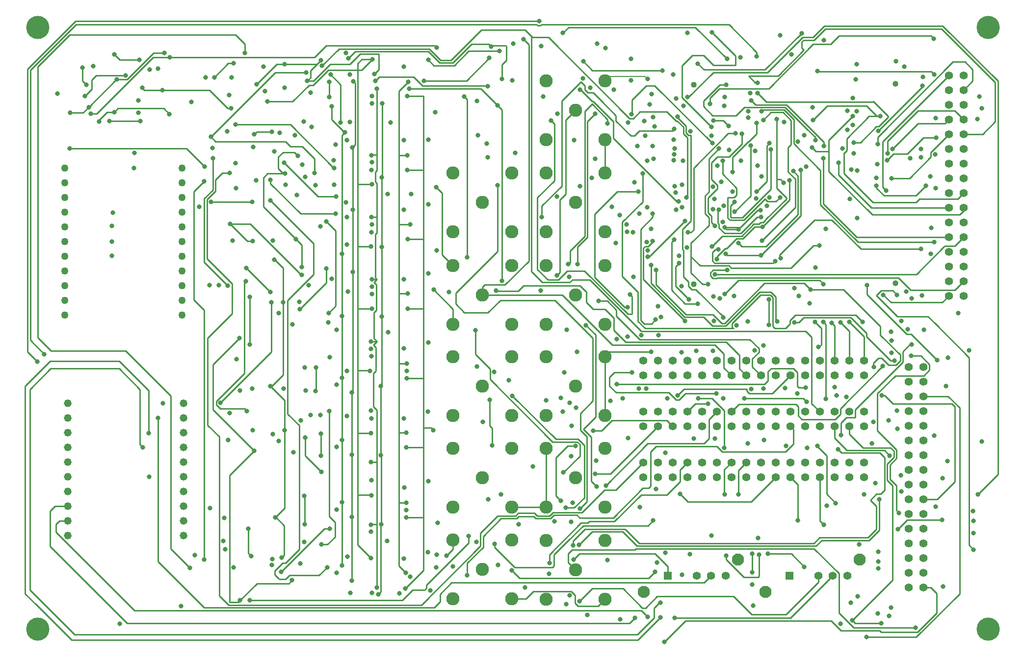
<source format=gbr>
%TF.GenerationSoftware,KiCad,Pcbnew,(6.0.8-1)-1*%
%TF.CreationDate,2022-11-09T12:39:36-05:00*%
%TF.ProjectId,HermEIS,4865726d-4549-4532-9e6b-696361645f70,rev?*%
%TF.SameCoordinates,Original*%
%TF.FileFunction,Copper,L2,Inr*%
%TF.FilePolarity,Positive*%
%FSLAX46Y46*%
G04 Gerber Fmt 4.6, Leading zero omitted, Abs format (unit mm)*
G04 Created by KiCad (PCBNEW (6.0.8-1)-1) date 2022-11-09 12:39:36*
%MOMM*%
%LPD*%
G01*
G04 APERTURE LIST*
%TA.AperFunction,ComponentPad*%
%ADD10C,2.286000*%
%TD*%
%TA.AperFunction,ComponentPad*%
%ADD11C,1.016000*%
%TD*%
%TA.AperFunction,ComponentPad*%
%ADD12C,1.397000*%
%TD*%
%TA.AperFunction,ComponentPad*%
%ADD13C,1.270000*%
%TD*%
%TA.AperFunction,ComponentPad*%
%ADD14C,1.320800*%
%TD*%
%TA.AperFunction,ComponentPad*%
%ADD15R,1.408000X1.408000*%
%TD*%
%TA.AperFunction,ComponentPad*%
%ADD16C,1.408000*%
%TD*%
%TA.AperFunction,ComponentPad*%
%ADD17C,2.100000*%
%TD*%
%TA.AperFunction,ViaPad*%
%ADD18C,4.000000*%
%TD*%
%TA.AperFunction,ViaPad*%
%ADD19C,0.800000*%
%TD*%
%TA.AperFunction,Conductor*%
%ADD20C,0.250000*%
%TD*%
%TA.AperFunction,Conductor*%
%ADD21C,0.200000*%
%TD*%
G04 APERTURE END LIST*
D10*
%TO.N,/CE*%
%TO.C,J2*%
X107000000Y-57250000D03*
%TO.N,GND*%
X101920000Y-62330000D03*
X112080000Y-62330000D03*
X101920000Y-52170000D03*
X112080000Y-52170000D03*
%TD*%
%TO.N,/V_ref*%
%TO.C,J7*%
X107000000Y-73250000D03*
%TO.N,GND*%
X101920000Y-68170000D03*
X112080000Y-68170000D03*
X101920000Y-78330000D03*
X112080000Y-78330000D03*
%TD*%
D11*
%TO.N,N/C*%
%TO.C,J19*%
X143452000Y-36864750D03*
X143452000Y-71345250D03*
%TD*%
D12*
%TO.N,/C22*%
%TO.C,J18*%
X190032800Y-73355000D03*
%TO.N,/A21*%
X190032800Y-70815000D03*
%TO.N,/A20*%
X190032800Y-68275000D03*
%TO.N,/J20*%
X190032800Y-65735000D03*
%TO.N,/J22*%
X190032800Y-63195000D03*
%TO.N,/W20*%
X190032800Y-60655000D03*
%TO.N,/T19*%
X190032800Y-58115000D03*
%TO.N,/W22*%
X190032800Y-55575000D03*
%TO.N,/T20*%
X190032800Y-53035000D03*
%TO.N,/U19*%
X190032800Y-50495000D03*
%TO.N,/P17*%
X190032800Y-47955000D03*
%TO.N,/V20*%
X190032800Y-45415000D03*
%TO.N,/N16*%
X190032800Y-42875000D03*
%TO.N,/C5*%
X190032800Y-40335000D03*
%TO.N,/M17*%
X190032800Y-37795000D03*
%TO.N,/A5*%
X190032800Y-35255000D03*
%TO.N,/M18*%
X187492800Y-73355000D03*
%TO.N,/D14*%
X187492800Y-70815000D03*
%TO.N,/P18*%
X187492800Y-68275000D03*
%TO.N,/C14*%
X187492800Y-65735000D03*
%TO.N,/R19*%
X187492800Y-63195000D03*
%TO.N,/E16*%
X187492800Y-60655000D03*
%TO.N,/D9*%
X187492800Y-58115000D03*
%TO.N,/D17*%
X187492800Y-55575000D03*
%TO.N,/C8*%
X187492800Y-53035000D03*
%TO.N,/D7*%
X187492800Y-50495000D03*
%TO.N,/D10*%
X187492800Y-47955000D03*
%TO.N,/D8*%
X187492800Y-45415000D03*
%TO.N,/C10*%
X187492800Y-42875000D03*
%TO.N,/L17*%
X187492800Y-40335000D03*
%TO.N,/D11*%
X187492800Y-37795000D03*
%TO.N,/K18*%
X187492800Y-35255000D03*
%TD*%
%TO.N,/Vref_o*%
%TO.C,J17*%
X183112800Y-123745000D03*
%TO.N,/chn1*%
X183112800Y-121205000D03*
%TO.N,/chn2*%
X183112800Y-118665000D03*
%TO.N,/chn3*%
X183112800Y-116125000D03*
%TO.N,/chn4*%
X183112800Y-113585000D03*
%TO.N,/chn5*%
X183112800Y-111045000D03*
%TO.N,/chn6*%
X183112800Y-108505000D03*
%TO.N,/chn7*%
X183112800Y-105965000D03*
%TO.N,/WE1*%
X183112800Y-103425000D03*
%TO.N,/WE2*%
X183112800Y-100885000D03*
%TO.N,/WE3*%
X183112800Y-98345000D03*
%TO.N,/WE4*%
X183112800Y-95805000D03*
%TO.N,/WE5*%
X183112800Y-93265000D03*
%TO.N,/WE6*%
X183112800Y-90725000D03*
%TO.N,/WE7*%
X183112800Y-88185000D03*
%TO.N,/F_EIS_DDS*%
X183112800Y-85645000D03*
%TO.N,/CV_S2*%
X180572800Y-123745000D03*
%TO.N,/EIS_S3*%
X180572800Y-121205000D03*
%TO.N,/SIN_2*%
X180572800Y-118665000D03*
%TO.N,/SIN_1*%
X180572800Y-116125000D03*
%TO.N,/V_ref*%
X180572800Y-113585000D03*
X180572800Y-111045000D03*
%TO.N,/CE*%
X180572800Y-108505000D03*
X180572800Y-105965000D03*
%TO.N,/WE1*%
X180572800Y-103425000D03*
%TO.N,/WE2*%
X180572800Y-100885000D03*
%TO.N,/WE3*%
X180572800Y-98345000D03*
%TO.N,/WE4*%
X180572800Y-95805000D03*
%TO.N,/WE5*%
X180572800Y-93265000D03*
%TO.N,/WE6*%
X180572800Y-90725000D03*
%TO.N,/WE7*%
X180572800Y-88185000D03*
%TO.N,/CV_DAC*%
X180572800Y-85645000D03*
%TD*%
D13*
%TO.N,unconnected-(J16-Pad1)*%
%TO.C,J16*%
X55115700Y-51255000D03*
%TO.N,unconnected-(J16-Pad2)*%
X55115700Y-53795000D03*
%TO.N,unconnected-(J16-Pad3)*%
X55115700Y-56335000D03*
%TO.N,unconnected-(J16-Pad4)*%
X55115700Y-58875000D03*
%TO.N,unconnected-(J16-Pad5)*%
X55115700Y-61415000D03*
%TO.N,unconnected-(J16-Pad6)*%
X55115700Y-63955000D03*
%TO.N,unconnected-(J16-Pad7)*%
X55115700Y-66495000D03*
%TO.N,unconnected-(J16-Pad8)*%
X55115700Y-69035000D03*
%TO.N,unconnected-(J16-Pad9)*%
X55115700Y-71575000D03*
%TO.N,unconnected-(J16-Pad10)*%
X55115700Y-74115000D03*
%TO.N,unconnected-(J16-Pad11)*%
X55115700Y-76655000D03*
%TD*%
D11*
%TO.N,N/C*%
%TO.C,J20*%
X178282000Y-36709750D03*
X178282000Y-71190250D03*
%TD*%
D10*
%TO.N,/CV_S1*%
%TO.C,J6*%
X123020000Y-41280000D03*
%TO.N,GND*%
X117940000Y-46360000D03*
X128100000Y-36200000D03*
X117940000Y-36200000D03*
X128100000Y-46360000D03*
%TD*%
D12*
%TO.N,/A_NCS*%
%TO.C,J21*%
X134710000Y-95926133D03*
%TO.N,/A_SCK*%
X137250000Y-95926133D03*
%TO.N,/A_SDI*%
X139790000Y-95926133D03*
%TO.N,/A_SDO1*%
X142330000Y-95926133D03*
%TO.N,/A_SDO2*%
X144870000Y-95926133D03*
%TO.N,/A_SDO3*%
X147410000Y-95926133D03*
%TO.N,/A_SDO4*%
X149950000Y-95926133D03*
%TO.N,/A_SDO5*%
X152490000Y-95926133D03*
%TO.N,/A_SDO6*%
X155030000Y-95926133D03*
%TO.N,/A_SDO7*%
X157570000Y-95926133D03*
%TO.N,/A_SDO8*%
X160110000Y-95926133D03*
%TO.N,/D20*%
X162650000Y-95926133D03*
%TO.N,/D_7*%
X165190000Y-95926133D03*
%TO.N,/D_6*%
X167730000Y-95926133D03*
%TO.N,/D_5*%
X170270000Y-95926133D03*
%TO.N,/D_4*%
X172810000Y-95926133D03*
%TO.N,/D_3*%
X134710000Y-93386133D03*
%TO.N,/D_2*%
X137250000Y-93386133D03*
%TO.N,/D_1*%
X139790000Y-93386133D03*
%TO.N,/D_0*%
X142330000Y-93386133D03*
%TO.N,/FQ_UD*%
X144870000Y-93386133D03*
%TO.N,/K20*%
X147410000Y-93386133D03*
%TO.N,/FT_NCS*%
X149950000Y-93386133D03*
%TO.N,/FT_SCK*%
X152490000Y-93386133D03*
%TO.N,/FT_SDI*%
X155030000Y-93386133D03*
%TO.N,/FT_SDO*%
X157570000Y-93386133D03*
%TO.N,/Rin_scl*%
X160110000Y-93386133D03*
%TO.N,/Rin_sda*%
X162650000Y-93386133D03*
%TO.N,/P21*%
X165190000Y-93386133D03*
%TO.N,/R20*%
X167730000Y-93386133D03*
%TO.N,/P22*%
X170270000Y-93386133D03*
%TO.N,/DAC1_LDAC*%
X172810000Y-93386133D03*
%TD*%
%TO.N,GND*%
%TO.C,J22*%
X134710000Y-87142800D03*
%TO.N,/SQ_1*%
X137250000Y-87142800D03*
%TO.N,/SQ_2*%
X139790000Y-87142800D03*
%TO.N,unconnected-(J22-PadA4)*%
X142330000Y-87142800D03*
%TO.N,/A18*%
X144870000Y-87142800D03*
%TO.N,/F_VREF_1*%
X147410000Y-87142800D03*
%TO.N,/V_ref*%
X149950000Y-87142800D03*
%TO.N,/chn1_r*%
X152490000Y-87142800D03*
%TO.N,/chn2_r*%
X155030000Y-87142800D03*
%TO.N,/chn3_r*%
X157570000Y-87142800D03*
%TO.N,/chn4_r*%
X160110000Y-87142800D03*
%TO.N,/chn5_r*%
X162650000Y-87142800D03*
%TO.N,/chn6_r*%
X165190000Y-87142800D03*
%TO.N,/chn7_r*%
X167730000Y-87142800D03*
%TO.N,GND*%
X170270000Y-87142800D03*
X172810000Y-87142800D03*
%TO.N,/L19*%
X134710000Y-84602800D03*
%TO.N,/H21*%
X137250000Y-84602800D03*
%TO.N,/K21*%
X139790000Y-84602800D03*
%TO.N,/H22*%
X142330000Y-84602800D03*
%TO.N,/K22*%
X144870000Y-84602800D03*
%TO.N,/F21*%
X147410000Y-84602800D03*
%TO.N,/G20*%
X149950000Y-84602800D03*
%TO.N,/F22*%
X152490000Y-84602800D03*
%TO.N,/G22*%
X155030000Y-84602800D03*
%TO.N,/D21*%
X157570000Y-84602800D03*
%TO.N,/E20*%
X160110000Y-84602800D03*
%TO.N,/D22*%
X162650000Y-84602800D03*
%TO.N,/E22*%
X165190000Y-84602800D03*
%TO.N,/B21*%
X167730000Y-84602800D03*
%TO.N,/C20*%
X170270000Y-84602800D03*
%TO.N,/B22*%
X172810000Y-84602800D03*
%TD*%
D10*
%TO.N,/WE7*%
%TO.C,J11*%
X123020000Y-120675000D03*
%TO.N,GND*%
X128100000Y-125755000D03*
X117940000Y-125755000D03*
X117940000Y-115595000D03*
X128100000Y-115595000D03*
%TD*%
%TO.N,/WE6*%
%TO.C,J5*%
X107000000Y-120670000D03*
%TO.N,GND*%
X112080000Y-125750000D03*
X101920000Y-125750000D03*
X112080000Y-115590000D03*
X101920000Y-115590000D03*
%TD*%
D14*
%TO.N,/SIN_2*%
%TO.C,J15*%
X55407500Y-91955000D03*
%TO.N,/SIN_1*%
X55407500Y-94495000D03*
%TO.N,/SQ_2*%
X55407500Y-97035000D03*
%TO.N,/SQ_1*%
X55407500Y-99575000D03*
%TO.N,GND*%
X55407500Y-102115000D03*
%TO.N,/N22*%
X55407500Y-104655000D03*
%TO.N,/L20*%
X55407500Y-107195000D03*
%TO.N,/FQ_UD*%
X55407500Y-109735000D03*
%TO.N,/K20*%
X55407500Y-112275000D03*
%TO.N,+3.3V*%
X55407500Y-114815000D03*
%TD*%
D10*
%TO.N,/WE5*%
%TO.C,J10*%
X123020000Y-104825000D03*
%TO.N,GND*%
X128100000Y-99745000D03*
X117940000Y-109905000D03*
X117940000Y-99745000D03*
X128100000Y-109905000D03*
%TD*%
%TO.N,/CE*%
%TO.C,J1*%
X123020000Y-57255000D03*
%TO.N,GND*%
X128100000Y-52175000D03*
X117940000Y-52175000D03*
X128100000Y-62335000D03*
X117940000Y-62335000D03*
%TD*%
%TO.N,/WE1*%
%TO.C,J8*%
X123020000Y-73255000D03*
%TO.N,GND*%
X128100000Y-78335000D03*
X117940000Y-68175000D03*
X117940000Y-78335000D03*
X128100000Y-68175000D03*
%TD*%
%TO.N,/WE4*%
%TO.C,J4*%
X107000000Y-104820000D03*
%TO.N,GND*%
X101920000Y-109900000D03*
X101920000Y-99740000D03*
X112080000Y-99740000D03*
X112080000Y-109900000D03*
%TD*%
%TO.N,/WE2*%
%TO.C,J3*%
X107000000Y-88970000D03*
%TO.N,GND*%
X112080000Y-94050000D03*
X101920000Y-94050000D03*
X112080000Y-83890000D03*
X101920000Y-83890000D03*
%TD*%
D12*
%TO.N,/JTAG_TCK*%
%TO.C,J12*%
X134710000Y-104709466D03*
%TO.N,/JTAG_TMS*%
X137250000Y-104709466D03*
%TO.N,/JTAG_TDO*%
X139790000Y-104709466D03*
%TO.N,/JTAG_TDI*%
X142330000Y-104709466D03*
%TO.N,unconnected-(J12-PadA5)*%
X144870000Y-104709466D03*
%TO.N,/SYS_CLK4*%
X147410000Y-104709466D03*
%TO.N,/SYS_CLK5*%
X149950000Y-104709466D03*
%TO.N,/USB_SCL*%
X152490000Y-104709466D03*
%TO.N,/USB_SDA*%
X155030000Y-104709466D03*
%TO.N,/+VCCO1*%
X157570000Y-104709466D03*
%TO.N,/+VCCO0*%
X160110000Y-104709466D03*
%TO.N,/+1.8V*%
X162650000Y-104709466D03*
X165190000Y-104709466D03*
%TO.N,/+1.2V*%
X167730000Y-104709466D03*
X170270000Y-104709466D03*
%TO.N,+5V*%
X172810000Y-104709466D03*
%TO.N,/DAC1_NCS*%
X134710000Y-102169466D03*
%TO.N,/DAC1_SCK*%
X137250000Y-102169466D03*
%TO.N,/DAC1_SDI*%
X139790000Y-102169466D03*
%TO.N,/N22*%
X142330000Y-102169466D03*
%TO.N,/L20*%
X144870000Y-102169466D03*
%TO.N,/F_RST_I*%
X147410000Y-102169466D03*
%TO.N,/F_RST_O*%
X149950000Y-102169466D03*
%TO.N,+5V*%
X152490000Y-102169466D03*
X155030000Y-102169466D03*
%TO.N,-3V*%
X157570000Y-102169466D03*
X160110000Y-102169466D03*
%TO.N,-0v5*%
X162650000Y-102169466D03*
%TO.N,nVDD_2*%
X165190000Y-102169466D03*
%TO.N,GND*%
X167730000Y-102169466D03*
%TO.N,+3.3V*%
X170270000Y-102169466D03*
X172810000Y-102169466D03*
%TD*%
D13*
%TO.N,unconnected-(J14-Pad1)*%
%TO.C,J14*%
X34910000Y-51255000D03*
%TO.N,unconnected-(J14-Pad2)*%
X34910000Y-53795000D03*
%TO.N,GND*%
X34910000Y-56335000D03*
%TO.N,/FT_SCK*%
X34910000Y-58875000D03*
%TO.N,/FT_SDO*%
X34910000Y-61415000D03*
%TO.N,/FT_SDI*%
X34910000Y-63955000D03*
%TO.N,/FT_NCS*%
X34910000Y-66495000D03*
%TO.N,unconnected-(J14-Pad8)*%
X34910000Y-69035000D03*
%TO.N,unconnected-(J14-Pad9)*%
X34910000Y-71575000D03*
%TO.N,unconnected-(J14-Pad10)*%
X34910000Y-74115000D03*
%TO.N,unconnected-(J14-Pad11)*%
X34910000Y-76655000D03*
%TD*%
D15*
%TO.N,/CV_S1*%
%TO.C,S1*%
X159950000Y-121750000D03*
D16*
%TO.N,/CV_ref*%
X164950000Y-121750000D03*
%TO.N,/CV_S2*%
X167450000Y-121750000D03*
%TO.N,unconnected-(S1-Pad4)*%
X169950000Y-121750000D03*
D17*
%TO.N,Net-(S1-PadS1)*%
X155850000Y-124550000D03*
X172050000Y-118950000D03*
%TD*%
D14*
%TO.N,GND*%
%TO.C,J13*%
X35420000Y-91955000D03*
%TO.N,/D_7*%
X35420000Y-94495000D03*
%TO.N,/D_6*%
X35420000Y-97035000D03*
%TO.N,/D_5*%
X35420000Y-99575000D03*
%TO.N,/D_4*%
X35420000Y-102115000D03*
%TO.N,/D_3*%
X35420000Y-104655000D03*
%TO.N,/D_2*%
X35420000Y-107195000D03*
%TO.N,/D_1*%
X35420000Y-109735000D03*
%TO.N,/D_0*%
X35420000Y-112275000D03*
%TO.N,+3.3V*%
X35420000Y-114815000D03*
%TD*%
D10*
%TO.N,/WE3*%
%TO.C,J9*%
X123020000Y-88975000D03*
%TO.N,GND*%
X117940000Y-94055000D03*
X128100000Y-94055000D03*
X128100000Y-83895000D03*
X117940000Y-83895000D03*
%TD*%
D15*
%TO.N,/EIS_S3*%
%TO.C,S2*%
X138950000Y-121750000D03*
D16*
%TO.N,/V_dds*%
X143950000Y-121750000D03*
%TO.N,/SIN_1*%
X146450000Y-121750000D03*
%TO.N,/SIN_2*%
X148950000Y-121750000D03*
D17*
%TO.N,Net-(S2-PadS1)*%
X134850000Y-124550000D03*
X151050000Y-118950000D03*
%TD*%
D18*
%TO.N,*%
X194270000Y-130955000D03*
X30270000Y-26955000D03*
X194270000Y-26955000D03*
X30270000Y-130955000D03*
D19*
%TO.N,GND*%
X109670000Y-119855000D03*
X63130000Y-98245000D03*
X67270000Y-89405000D03*
X81670000Y-47255000D03*
X84130000Y-43295000D03*
X88370000Y-35005000D03*
X135470000Y-35915000D03*
X75370000Y-74415000D03*
X40819500Y-43205000D03*
X98820000Y-41655000D03*
X96870000Y-36205000D03*
X100770000Y-118280500D03*
X98990000Y-54585000D03*
X70620000Y-119905000D03*
X74632701Y-45592299D03*
X63830000Y-63835000D03*
X46870000Y-51255000D03*
X76757701Y-36242701D03*
X63480000Y-60935000D03*
X108170000Y-32255000D03*
X66870000Y-81755000D03*
X83750000Y-72615000D03*
X72645500Y-89355000D03*
X66830000Y-73575000D03*
X78210000Y-89785000D03*
X75820000Y-69755000D03*
X136420000Y-42505000D03*
X171727652Y-125272652D03*
X186480000Y-123635000D03*
X122320000Y-101035000D03*
X79080000Y-32625000D03*
X68040000Y-36785000D03*
X43470000Y-41605000D03*
X64390000Y-50415000D03*
X98560000Y-72275000D03*
X83620000Y-64525000D03*
X153710000Y-126865000D03*
X46920000Y-48629500D03*
X75520000Y-119575000D03*
X136130000Y-83035000D03*
X67350000Y-63875000D03*
X70775000Y-97280000D03*
X47820000Y-32555000D03*
X135820000Y-40255000D03*
X43470000Y-31655000D03*
X72870000Y-33305000D03*
X67400000Y-47668000D03*
X52970000Y-41955000D03*
X78230000Y-85775000D03*
%TO.N,+5V*%
X162040000Y-27975000D03*
X71070000Y-48405000D03*
X187220000Y-101955000D03*
X144170000Y-33255000D03*
X59070000Y-51055000D03*
X97620000Y-69455000D03*
X151170000Y-107705000D03*
X97570000Y-93405000D03*
X35720000Y-47905000D03*
X117110000Y-30239500D03*
X97620000Y-81455000D03*
X97544500Y-117655000D03*
X97620000Y-32555000D03*
X172820000Y-107675000D03*
X163920000Y-40805000D03*
X97620000Y-46405000D03*
X97620000Y-57555000D03*
X164770000Y-34555000D03*
X109900000Y-31065000D03*
X97620000Y-105405000D03*
X184982701Y-35117701D03*
%TO.N,/chn2*%
X83444500Y-57205000D03*
X81820000Y-79205000D03*
X121420000Y-126655000D03*
X81820000Y-110305000D03*
X81820000Y-121205000D03*
X98970000Y-120255000D03*
X81820000Y-99505000D03*
X97970000Y-124255000D03*
X81820000Y-88755000D03*
X84070000Y-35105000D03*
X83570000Y-46505000D03*
%TO.N,-3V*%
X70820000Y-63815000D03*
X72314560Y-118635038D03*
X78020000Y-52155000D03*
X72870000Y-96555000D03*
X60120000Y-45905000D03*
X72570000Y-74455000D03*
X71070000Y-67155000D03*
X71270000Y-111655000D03*
X70420000Y-88955000D03*
X76570000Y-34755000D03*
%TO.N,/chn3*%
X84520000Y-47755000D03*
X84420000Y-111605000D03*
X112040000Y-120805000D03*
X84420000Y-90105000D03*
X175270000Y-119255000D03*
X136790000Y-121055000D03*
X84570000Y-58505000D03*
X84670000Y-36305000D03*
X84420000Y-100855000D03*
X84570000Y-69255000D03*
X84420000Y-122555000D03*
%TO.N,+3.3V*%
X136170000Y-38505000D03*
X93400000Y-118755000D03*
X47970000Y-43155000D03*
X76320000Y-85755000D03*
X171570000Y-33355000D03*
X59970000Y-110025000D03*
X76280000Y-112845000D03*
X112120000Y-36105000D03*
X67370000Y-96555000D03*
X93390000Y-94515000D03*
X45370000Y-35255000D03*
X93460000Y-106515000D03*
X93420000Y-46505000D03*
X72920000Y-52255000D03*
X75820000Y-68405000D03*
X76520000Y-89755000D03*
X76270000Y-107925000D03*
X140370000Y-39305000D03*
X93420000Y-58505000D03*
X93410000Y-82485000D03*
X154470000Y-50855000D03*
X70710000Y-118835000D03*
X93420000Y-33755000D03*
X61770000Y-91855000D03*
X38370000Y-38855000D03*
X75170000Y-49205000D03*
X63720000Y-35655000D03*
X42620000Y-43155000D03*
X93420000Y-70505000D03*
X70570000Y-74455500D03*
X74831250Y-63603750D03*
%TO.N,/chn1*%
X82720000Y-98305000D03*
X82720000Y-119955000D03*
X82720000Y-109005000D03*
X80970000Y-40605000D03*
X175175497Y-128210497D03*
X80570000Y-36355000D03*
X118520000Y-121418500D03*
X82720000Y-87555000D03*
X82720000Y-66105000D03*
X82720000Y-76855000D03*
X80570000Y-39055000D03*
X83250000Y-45075000D03*
X99120000Y-118105000D03*
%TO.N,-0v5*%
X33670000Y-38455000D03*
%TO.N,nVDD_2*%
X76110000Y-43255000D03*
X51770000Y-37855000D03*
X74120000Y-122515000D03*
X67570000Y-100155000D03*
X48270000Y-37445000D03*
X74370000Y-100355000D03*
X88470000Y-36255000D03*
X65020000Y-80655000D03*
X166420000Y-109655000D03*
X107930000Y-37155000D03*
X136420000Y-112205000D03*
X74170000Y-78305000D03*
X58120000Y-57955000D03*
X151540000Y-32125000D03*
X65170000Y-125979500D03*
X63620000Y-40935000D03*
X109070000Y-116255000D03*
%TO.N,Net-(R14-Pad2)*%
X43870000Y-36005000D03*
X35870000Y-41755000D03*
X52120000Y-31405000D03*
X39070000Y-40755000D03*
%TO.N,/Vref_o*%
X87570000Y-86305000D03*
X57370000Y-118205000D03*
X69920000Y-39805000D03*
X87820000Y-107855000D03*
X138370000Y-133179500D03*
X87720000Y-64855000D03*
X87770000Y-97055000D03*
X87920000Y-54105000D03*
X87770000Y-118705000D03*
X87920000Y-75555000D03*
X87970000Y-32505000D03*
%TO.N,/WE2*%
X70420000Y-72705000D03*
X66220000Y-68555000D03*
X120470000Y-91015000D03*
%TO.N,/WE3*%
X80060000Y-68645000D03*
X80420000Y-77955000D03*
X177570000Y-81055000D03*
X90720000Y-79655000D03*
X75450000Y-75705000D03*
%TO.N,/chn4*%
X87870000Y-49055000D03*
X87770000Y-102105000D03*
X128520000Y-119005000D03*
X90570000Y-115730500D03*
X88745500Y-123805000D03*
X99220000Y-112555000D03*
X87770000Y-112905000D03*
X87870000Y-59755000D03*
X87920000Y-70505000D03*
X88770000Y-37605000D03*
X87770000Y-81255000D03*
%TO.N,/chn5*%
X87720000Y-82505000D03*
X87770000Y-114155000D03*
X87920000Y-71755000D03*
X84170000Y-124679500D03*
X87920000Y-38855000D03*
X87920000Y-61055000D03*
X87920000Y-50305000D03*
X171970000Y-116329500D03*
X87770000Y-93205000D03*
%TO.N,/chn6*%
X87870000Y-83805000D03*
X87920000Y-40105000D03*
X87920000Y-124655000D03*
X87870000Y-62355000D03*
X87870000Y-105255000D03*
X130120000Y-88655000D03*
X122370000Y-95855000D03*
X175870000Y-90605000D03*
X87870000Y-94555000D03*
X87920000Y-73055000D03*
X162720000Y-89255000D03*
X87870000Y-51605000D03*
%TO.N,/chn7*%
X175470000Y-108555000D03*
X105920000Y-115855000D03*
X123645500Y-116405000D03*
%TO.N,/A_NCS*%
X146570000Y-27879500D03*
X89570000Y-76930000D03*
X89030000Y-124965000D03*
X146520000Y-44205000D03*
X89570000Y-64880000D03*
X89620000Y-52880000D03*
X89470000Y-88930000D03*
X132130000Y-97925000D03*
X89520000Y-112880000D03*
X89670000Y-40155000D03*
X89470000Y-100880000D03*
%TO.N,/A_SDO1*%
X94350000Y-37555000D03*
X134921850Y-43126850D03*
X110330000Y-70755000D03*
X109590000Y-40465000D03*
%TO.N,/A_SCK*%
X94510000Y-61055000D03*
X94070000Y-73005000D03*
X94177701Y-36377299D03*
X114345500Y-123802119D03*
X94020000Y-49055000D03*
X136720000Y-44105000D03*
X93870000Y-97005000D03*
X93740000Y-121245000D03*
X93820000Y-109105000D03*
X126450000Y-104115000D03*
X92650000Y-124780500D03*
X93920000Y-85055000D03*
%TO.N,/WE1*%
X130120000Y-80805000D03*
X72870000Y-37405000D03*
X112620000Y-48705000D03*
X83400000Y-31429500D03*
%TO.N,/V_ref*%
X185220000Y-109775000D03*
X114070000Y-29055000D03*
%TO.N,/CV_ref*%
X109560000Y-54245000D03*
X123820000Y-110115000D03*
X123720000Y-126145000D03*
%TO.N,/CE*%
X47620000Y-41705000D03*
X189070000Y-76355000D03*
X77520000Y-44155000D03*
X91120000Y-43455000D03*
%TO.N,/A_SDO2*%
X147070000Y-98005000D03*
X134045500Y-59155000D03*
X146920000Y-77740500D03*
X146770000Y-82829500D03*
X146520000Y-45695000D03*
%TO.N,/WE4*%
X107020000Y-95155000D03*
X153950000Y-82785000D03*
X75620000Y-94909500D03*
%TO.N,/WE5*%
X76370000Y-97855000D03*
X79170000Y-103805000D03*
X122620000Y-116505000D03*
X168384101Y-99914946D03*
%TO.N,Net-(R39-Pad2)*%
X77334549Y-38235049D03*
X69170000Y-33755000D03*
%TO.N,/WE6*%
X173260000Y-132355000D03*
X67120000Y-118355000D03*
X66590000Y-113605000D03*
%TO.N,/WE7*%
X72260000Y-121055000D03*
X181750000Y-130745000D03*
X80650000Y-113615000D03*
%TO.N,/A_SDO4*%
X121500000Y-79205000D03*
X132700000Y-41995000D03*
X134117299Y-109852299D03*
X126470000Y-41895000D03*
X146650000Y-46995000D03*
X123400000Y-67905000D03*
X119370000Y-112305000D03*
%TO.N,/A_SDO6*%
X150370000Y-73405000D03*
X150780000Y-78465000D03*
X153320000Y-89500500D03*
X118000000Y-91445000D03*
%TO.N,/A_SDO8*%
X142770000Y-118005000D03*
X164420000Y-68505000D03*
X156470000Y-56355000D03*
X177120000Y-128685000D03*
X153520000Y-123255000D03*
X191720000Y-114405000D03*
X104360000Y-121665000D03*
X167920000Y-109175000D03*
X183170000Y-79205000D03*
X94526452Y-121901677D03*
X138570000Y-117779500D03*
X164820000Y-99305000D03*
%TO.N,Net-(R11-Pad2)*%
X37970000Y-33955000D03*
X38670000Y-36879500D03*
%TO.N,/SIN_2*%
X175270000Y-120455000D03*
X51870000Y-91955000D03*
%TO.N,/SIN_1*%
X50970000Y-94455000D03*
X175270000Y-117555000D03*
X146470000Y-114755000D03*
%TO.N,/SQ_2*%
X143470000Y-98055000D03*
X49370000Y-97055000D03*
X137670000Y-128955000D03*
%TO.N,/SQ_1*%
X48370000Y-99555000D03*
X137670000Y-126355000D03*
%TO.N,Net-(C37-Pad1)*%
X126780000Y-29795000D03*
X165870000Y-29155000D03*
%TO.N,/D_3*%
X117220000Y-59735000D03*
X140092701Y-44512299D03*
X101240000Y-72725000D03*
X130770000Y-129255000D03*
%TO.N,/D_2*%
X135450000Y-50055000D03*
X132026850Y-75298150D03*
X125070000Y-128530500D03*
X133894500Y-55355000D03*
X133970000Y-89379500D03*
%TO.N,/D_1*%
X129300000Y-57998500D03*
X148428296Y-60582589D03*
X106010000Y-85575000D03*
X133270000Y-129055000D03*
%TO.N,Net-(R28-Pad2)*%
X79080000Y-101005000D03*
X79070000Y-97165000D03*
%TO.N,/D_0*%
X140014990Y-49942518D03*
X145950000Y-92045000D03*
X135470000Y-128855000D03*
X148570000Y-91080500D03*
X152750000Y-77805000D03*
X130010000Y-64255000D03*
%TO.N,/FT_SCK*%
X126410000Y-49705000D03*
X172557299Y-77867701D03*
X43170000Y-58955000D03*
X134670000Y-52255000D03*
X155570000Y-98255000D03*
%TO.N,/FT_SDO*%
X190920000Y-82805000D03*
X178320000Y-32855000D03*
X178570000Y-96330500D03*
X43070000Y-61305000D03*
X123770000Y-54455000D03*
X159370000Y-99255000D03*
X129670000Y-37780500D03*
%TO.N,Net-(SW2-Pad1)*%
X53070000Y-32155000D03*
X99080000Y-30475000D03*
X39370000Y-41905000D03*
%TO.N,Net-(SW2-Pad2)*%
X47570000Y-39605000D03*
X106020000Y-39655000D03*
%TO.N,/F_RST_I*%
X136870000Y-77455000D03*
X136370000Y-59155000D03*
%TO.N,/F_RST_O*%
X148830000Y-107645000D03*
X158470000Y-66845000D03*
X182630000Y-65265000D03*
X154570000Y-115215000D03*
X174180000Y-98880500D03*
%TO.N,/FT_SDI*%
X43060000Y-64025000D03*
X121320000Y-110005000D03*
X122320000Y-112455000D03*
X146780000Y-54515000D03*
X112166515Y-90626917D03*
%TO.N,/JTAG_TCK*%
X192470000Y-107655000D03*
X137120048Y-119479500D03*
X142382299Y-39042701D03*
%TO.N,/JTAG_TMS*%
X153570000Y-117955000D03*
X177470000Y-127205000D03*
X146270000Y-40205000D03*
X184870000Y-28905000D03*
X153520000Y-121105000D03*
%TO.N,/JTAG_TDO*%
X148670000Y-99605000D03*
X148520000Y-77079500D03*
X140670000Y-42405000D03*
X144220000Y-91105000D03*
%TO.N,/JTAG_TDI*%
X154720000Y-118055000D03*
X119920000Y-41905000D03*
X141670000Y-40505000D03*
X119870000Y-56205000D03*
X149070000Y-118299500D03*
X141420000Y-121605000D03*
%TO.N,/F_VREF_1*%
X137267701Y-75159500D03*
X133170000Y-53755000D03*
X131970000Y-62255000D03*
%TO.N,/SYS_CLK4*%
X163020000Y-99605000D03*
X139870000Y-35155000D03*
X169757700Y-90792700D03*
%TO.N,/A5*%
X182670000Y-47955000D03*
%TO.N,/D_7*%
X148410000Y-50054500D03*
X158320353Y-56354647D03*
X163449951Y-74679549D03*
%TO.N,/D_6*%
X140115424Y-47884174D03*
X177270000Y-100955000D03*
%TO.N,/D_5*%
X175760000Y-129985000D03*
X170770000Y-129455000D03*
X177457371Y-79605500D03*
X147540000Y-50825000D03*
X191740000Y-112275000D03*
%TO.N,/D_4*%
X66870000Y-125979500D03*
X136470000Y-49655000D03*
X54970000Y-126955000D03*
X132044500Y-80455000D03*
X120870000Y-93355000D03*
X132960116Y-62391662D03*
X104570000Y-114855000D03*
X44382299Y-130042701D03*
X168770000Y-130055000D03*
%TO.N,/B21*%
X155020000Y-66355000D03*
X167270000Y-78055000D03*
X148947609Y-66116397D03*
X161870000Y-51605000D03*
%TO.N,/B22*%
X159990000Y-53375000D03*
X155295047Y-61429952D03*
X147420000Y-67005500D03*
X170270000Y-77879500D03*
%TO.N,/A20*%
X141322299Y-71667299D03*
X152870000Y-41505000D03*
X161544503Y-73410497D03*
X154070000Y-48355000D03*
%TO.N,/A21*%
X149220000Y-68905000D03*
X184970000Y-64105000D03*
X155170000Y-41504500D03*
%TO.N,/FT_NCS*%
X176070000Y-85505000D03*
X148160000Y-53695000D03*
X43000000Y-66465000D03*
%TO.N,/FQ_UD*%
X148596000Y-57820524D03*
X108660000Y-99245000D03*
X108250000Y-91315000D03*
%TO.N,/D8*%
X177570000Y-53055000D03*
%TO.N,/D10*%
X170670000Y-51555000D03*
%TO.N,/C10*%
X177770000Y-47955000D03*
%TO.N,/D14*%
X182670000Y-49455000D03*
%TO.N,/C14*%
X180820000Y-49555000D03*
X180120000Y-72605000D03*
%TO.N,/J22*%
X147070000Y-69655000D03*
X149570000Y-48155000D03*
%TO.N,/J20*%
X184470000Y-61605000D03*
X145920000Y-71355000D03*
X165100000Y-64695000D03*
X147757299Y-47942299D03*
%TO.N,/C22*%
X140944500Y-67705000D03*
X142570000Y-73955000D03*
X118820000Y-43105000D03*
X138020000Y-34405000D03*
X124420000Y-32855000D03*
X132420000Y-73105000D03*
%TO.N,/C20*%
X140944500Y-66405000D03*
X165833107Y-71351893D03*
X168770000Y-77955000D03*
X148770000Y-73055000D03*
X162870000Y-51005000D03*
%TO.N,/E22*%
X163590000Y-72255000D03*
X160620000Y-51805000D03*
X174520000Y-85705000D03*
X151120000Y-64205000D03*
X136917149Y-68868101D03*
%TO.N,/E20*%
X157819500Y-77805000D03*
X136099476Y-68050428D03*
X160779951Y-72009549D03*
%TO.N,/G22*%
X156770000Y-48055000D03*
X150495500Y-57096024D03*
X144120000Y-74705000D03*
X140090000Y-63635000D03*
%TO.N,/F22*%
X156524500Y-47005000D03*
X179169500Y-104375000D03*
X154270000Y-55355000D03*
X162948381Y-91691322D03*
X187000000Y-88945000D03*
X152190000Y-91075000D03*
X182820000Y-73315000D03*
%TO.N,/G20*%
X155470000Y-42954000D03*
X135494000Y-65534998D03*
X143870000Y-82829500D03*
X146870000Y-73505000D03*
X155220000Y-63855000D03*
%TO.N,/F21*%
X154930000Y-58575000D03*
X137780000Y-77015000D03*
X141354503Y-83150497D03*
X155160000Y-52705000D03*
X147970000Y-73825000D03*
X156085500Y-57825000D03*
X151152299Y-61837299D03*
X148767701Y-61522701D03*
%TO.N,/K22*%
X154270000Y-43505000D03*
X136343263Y-63927139D03*
X141970000Y-77740500D03*
X150112753Y-51987799D03*
%TO.N,/H22*%
X150620000Y-45255000D03*
X142443137Y-62419088D03*
X133054500Y-70085000D03*
%TO.N,/K21*%
X134420000Y-80179500D03*
X153270000Y-47405000D03*
X142245500Y-65005000D03*
X137320000Y-80179500D03*
X150495500Y-58855000D03*
X135300498Y-64085498D03*
%TO.N,/H21*%
X151732701Y-45392299D03*
X135495000Y-66605000D03*
X147070451Y-61255451D03*
X141895500Y-60455000D03*
%TO.N,/L19*%
X149470000Y-44005000D03*
X136119452Y-61767201D03*
X146870000Y-43055000D03*
%TO.N,/C5*%
X182870000Y-37055000D03*
X164420000Y-46505000D03*
X175257701Y-44842701D03*
X149020000Y-36855000D03*
%TO.N,/+VCCO1*%
X129032299Y-91467299D03*
X141620000Y-50054500D03*
X138520000Y-100505000D03*
X141070000Y-107605000D03*
X121970000Y-70105000D03*
%TO.N,/A_SDI*%
X93915000Y-87600000D03*
X93865000Y-99550000D03*
X126094500Y-96655000D03*
X94065000Y-63600000D03*
X94065000Y-75550000D03*
X98520000Y-96605500D03*
X142820000Y-44905000D03*
X94015000Y-51600000D03*
X93815000Y-111650000D03*
X93710000Y-123915000D03*
X94015000Y-38850000D03*
%TO.N,/L20*%
X115700000Y-102855000D03*
X123320000Y-83005906D03*
X146732747Y-58403247D03*
%TO.N,/N22*%
X140370000Y-58455000D03*
X155450000Y-89379500D03*
X152770000Y-98855000D03*
X156370000Y-78355000D03*
X118570000Y-119555000D03*
X49470000Y-104655000D03*
X156370000Y-73955000D03*
%TO.N,/A_SDO3*%
X135040000Y-45695000D03*
X130645500Y-59447500D03*
%TO.N,/A_SDO5*%
X93940000Y-86345000D03*
X133680000Y-47515000D03*
X147370000Y-90229500D03*
X122070000Y-91875000D03*
X132824500Y-86579500D03*
%TO.N,/A_SDO7*%
X107990000Y-108485000D03*
X155470000Y-81929500D03*
X136370000Y-47455000D03*
X123150000Y-92675000D03*
X131857701Y-61042701D03*
X93820000Y-110355000D03*
%TO.N,/R20*%
X140794440Y-57005500D03*
X123770000Y-37780500D03*
X82522299Y-43430500D03*
X80940000Y-70405000D03*
X66160000Y-70815000D03*
X66360000Y-93275000D03*
X80770000Y-35105000D03*
X62595500Y-117175000D03*
X79160000Y-116325000D03*
X80530000Y-93275000D03*
%TO.N,/P21*%
X142220000Y-56405000D03*
X77340000Y-93999500D03*
X63030000Y-71595000D03*
X77010000Y-71565000D03*
X62280000Y-115745000D03*
X70650000Y-44985000D03*
X76250000Y-115865000D03*
X67630000Y-45455000D03*
X60470000Y-49585000D03*
X79310000Y-33630500D03*
X63320000Y-93615000D03*
%TO.N,/K20*%
X128270000Y-106155000D03*
X113210000Y-112875000D03*
X141397701Y-54129500D03*
X121120000Y-86605000D03*
X110200000Y-107685000D03*
%TO.N,/chn1_r*%
X104370000Y-66705000D03*
X69420000Y-38035000D03*
X109320000Y-72455000D03*
X83875992Y-32308384D03*
X108520000Y-30305000D03*
X110320000Y-35905000D03*
X103857299Y-38917701D03*
%TO.N,/chn2_r*%
X158370000Y-28355000D03*
X59870000Y-71555000D03*
X127007299Y-74267701D03*
X142370000Y-27955000D03*
X125620000Y-37405000D03*
%TO.N,/chn3_r*%
X71845500Y-76385000D03*
X107910000Y-49425000D03*
X124320000Y-35755000D03*
X80040000Y-60535000D03*
X80460000Y-76325000D03*
%TO.N,/chn4_r*%
X65150000Y-89725000D03*
X125830000Y-52985000D03*
X140670000Y-90555000D03*
X131180000Y-91095000D03*
%TO.N,/chn5_r*%
X83580000Y-59755000D03*
X79020000Y-93999500D03*
X106160000Y-45585000D03*
X132580000Y-32395000D03*
X83600000Y-94165000D03*
X61500000Y-71535000D03*
X64550000Y-84275000D03*
X135220000Y-89379500D03*
X94710000Y-55775000D03*
X71820000Y-98445000D03*
X90660000Y-55755000D03*
X83570000Y-86315000D03*
X117470000Y-38965000D03*
%TO.N,/chn6_r*%
X62400000Y-111775000D03*
X154310000Y-31945000D03*
X136962701Y-106737701D03*
X31380000Y-83475000D03*
%TO.N,/chn7_r*%
X149190000Y-32405000D03*
X116750000Y-25895000D03*
X64044500Y-120305000D03*
X120850000Y-27955000D03*
X138920000Y-91065000D03*
X161300000Y-90225000D03*
X83670000Y-118405000D03*
X30200000Y-84725000D03*
X101850000Y-120155000D03*
%TO.N,/+1.2V*%
X170870000Y-39155000D03*
X179270000Y-107155000D03*
X193132299Y-98567299D03*
X179282701Y-77692299D03*
X186370000Y-104855000D03*
%TO.N,/+1.8V*%
X178670000Y-113705000D03*
X186320000Y-112055000D03*
X183020000Y-35555000D03*
X165870000Y-112955000D03*
%TO.N,/SYS_CLK5*%
X169970000Y-41355000D03*
X181020000Y-81779500D03*
X168870000Y-97455000D03*
%TO.N,/USB_SCL*%
X180385500Y-79179500D03*
X191670000Y-110555000D03*
X171370000Y-35955000D03*
%TO.N,/USB_SDA*%
X156220000Y-117954500D03*
X171570000Y-41505000D03*
X191720000Y-117205000D03*
X178520000Y-73180500D03*
X162520000Y-120179500D03*
%TO.N,/W20*%
X192770000Y-38955000D03*
X152820000Y-42555000D03*
X179770000Y-33805000D03*
%TO.N,/T19*%
X170870000Y-42355000D03*
X163870000Y-47755000D03*
X148744500Y-40555000D03*
%TO.N,/W22*%
X175620000Y-42355000D03*
X164070000Y-42955000D03*
%TO.N,/T20*%
X153151620Y-38329500D03*
X170870000Y-43855000D03*
X193170000Y-40955000D03*
X162520000Y-45605000D03*
%TO.N,/U19*%
X185170000Y-42655000D03*
X192370000Y-42855000D03*
X165920000Y-47455000D03*
X153386261Y-39588739D03*
%TO.N,/P17*%
X185270000Y-46055000D03*
X169970000Y-44655000D03*
X161420000Y-46755000D03*
X148770000Y-39055000D03*
X176794500Y-49955000D03*
%TO.N,/V20*%
X154420000Y-36555000D03*
%TO.N,/N16*%
X171070000Y-46855000D03*
X176870000Y-48755000D03*
X154420000Y-38355000D03*
%TO.N,/M17*%
X175170000Y-47155000D03*
%TO.N,/M18*%
X169120000Y-47905000D03*
X170344500Y-56655000D03*
X176120000Y-73180500D03*
%TO.N,/P18*%
X181045500Y-73805500D03*
X171082299Y-48767299D03*
%TO.N,/R19*%
X165770000Y-49555000D03*
%TO.N,/E16*%
X185070000Y-48955000D03*
X185170000Y-54755000D03*
%TO.N,/D9*%
X168470000Y-50355000D03*
%TO.N,/D17*%
X174970000Y-52955000D03*
%TO.N,/C8*%
X175139027Y-50585973D03*
%TO.N,/+VCCO0*%
X171670000Y-51755000D03*
X178870000Y-110855000D03*
X171620000Y-59955000D03*
X166245500Y-61755000D03*
X161420000Y-112179500D03*
X180920000Y-83755000D03*
%TO.N,/L17*%
X184270000Y-52755000D03*
%TO.N,/D11*%
X183470000Y-54355000D03*
X174970000Y-54355000D03*
%TO.N,/K18*%
X176670000Y-55155000D03*
%TO.N,/A18*%
X159220000Y-89305000D03*
X187320000Y-84055000D03*
X168082351Y-90561736D03*
X184382701Y-66117701D03*
%TO.N,/CV_DAC*%
X67920000Y-53405000D03*
X59170000Y-35655000D03*
X79000000Y-61370500D03*
X99070000Y-65515000D03*
%TO.N,/CV_S2*%
X65970000Y-31429500D03*
X81280000Y-49965000D03*
X56790000Y-39835000D03*
X63290000Y-38635000D03*
X140170000Y-129055000D03*
X56470000Y-120355000D03*
%TO.N,/EIS_S3*%
X80170000Y-120255000D03*
X122678267Y-118966336D03*
X72970000Y-54155000D03*
X70420000Y-56855000D03*
%TO.N,Net-(C39-Pad1)*%
X70420000Y-53305000D03*
X81620000Y-59155000D03*
%TO.N,Net-(C39-Pad2)*%
X81770000Y-56205000D03*
X72720000Y-50355000D03*
%TO.N,Net-(C40-Pad1)*%
X67220000Y-57105000D03*
X60170000Y-57105000D03*
X76370000Y-52855000D03*
%TO.N,Net-(C41-Pad1)*%
X74920000Y-55965000D03*
X75930000Y-50705500D03*
%TO.N,/D21*%
X184950000Y-97545000D03*
X158970497Y-53794503D03*
X157790000Y-42815000D03*
X185457701Y-84467299D03*
X146555415Y-64844183D03*
X173330000Y-71535000D03*
%TO.N,/D22*%
X165000000Y-82169500D03*
X159010000Y-43345000D03*
X164345500Y-77885408D03*
X157470000Y-67365000D03*
X147657701Y-65342701D03*
%TO.N,/DAC1_NCS*%
X126720000Y-106355000D03*
X63370000Y-52155000D03*
X124842300Y-78432700D03*
X147034647Y-56639647D03*
%TO.N,/DAC1_SCK*%
X105770000Y-79355000D03*
X58970000Y-118955000D03*
X120970000Y-103855000D03*
X58970000Y-53555000D03*
X135394952Y-58079952D03*
X126570000Y-101855000D03*
%TO.N,/DAC1_SDI*%
X117060000Y-72465000D03*
X121790000Y-67845000D03*
X128570000Y-43580500D03*
X140329894Y-55548557D03*
X111570000Y-87955000D03*
X122570000Y-109155000D03*
X80670000Y-83955000D03*
X109030000Y-86535000D03*
%TO.N,/DAC1_LDAC*%
X160770000Y-77955000D03*
X178070000Y-84555000D03*
X141390000Y-58095000D03*
X64470000Y-54755000D03*
X122770000Y-46455000D03*
%TO.N,Net-(R53-Pad1)*%
X78170000Y-54255000D03*
X60370000Y-47855000D03*
%TO.N,Net-(R53-Pad2)*%
X81360000Y-54135000D03*
X62900000Y-44915000D03*
%TO.N,Net-(R55-Pad2)*%
X81430000Y-51275000D03*
X64370000Y-43740500D03*
%TO.N,/F_EIS_DDS*%
X72030000Y-45235000D03*
X128220000Y-30545000D03*
X107750000Y-47045000D03*
%TO.N,/CV_S1*%
X122020000Y-125155000D03*
X120470000Y-108755000D03*
X119820000Y-69855000D03*
X123020000Y-99305000D03*
%TO.N,/V_dds*%
X39820000Y-33705000D03*
%TO.N,/Rin_scl*%
X132080000Y-43445000D03*
X170520000Y-126355000D03*
X174820000Y-105705000D03*
X49520000Y-34255000D03*
X132620000Y-36155000D03*
X140079122Y-48945075D03*
%TO.N,/Rin_sda*%
X167770000Y-89105000D03*
X177082302Y-94888790D03*
X150135500Y-55370900D03*
X140150000Y-54445000D03*
X154194500Y-56505000D03*
X51020000Y-34130500D03*
%TO.N,/Vref_r*%
X160320000Y-31655000D03*
X64070000Y-33205000D03*
X60720000Y-35605000D03*
X112310000Y-29779500D03*
%TO.N,/P22*%
X174420500Y-95155000D03*
X147760000Y-58495000D03*
X178520000Y-93185000D03*
X177550000Y-83225000D03*
X155080000Y-59765000D03*
%TO.N,/D20*%
X166270000Y-91155000D03*
X165820500Y-77879500D03*
X140020000Y-46355000D03*
X151577701Y-50054500D03*
%TD*%
D20*
%TO.N,GND*%
X100040000Y-55635000D02*
X100040000Y-66290000D01*
X66870000Y-73615000D02*
X66870000Y-81755000D01*
X128960000Y-83035000D02*
X136130000Y-83035000D01*
X96870000Y-36205000D02*
X104220000Y-36205000D01*
X128100000Y-52175000D02*
X128100000Y-46360000D01*
X88370000Y-35005000D02*
X89120000Y-34255000D01*
X66420000Y-63875000D02*
X67350000Y-63875000D01*
X78230000Y-89765000D02*
X78210000Y-89785000D01*
X101920000Y-78330000D02*
X101920000Y-75635000D01*
X44095000Y-40980000D02*
X51995000Y-40980000D01*
X117940000Y-109905000D02*
X112085000Y-109905000D01*
X43470000Y-41605000D02*
X44095000Y-40980000D01*
X42070000Y-41705000D02*
X40819500Y-42955500D01*
X114475000Y-125750000D02*
X115795000Y-124430000D01*
X84135305Y-33355000D02*
X80698299Y-33355000D01*
X122320305Y-124430000D02*
X122970000Y-125079695D01*
X128100000Y-94055000D02*
X128100000Y-83895000D01*
X122970000Y-125079695D02*
X122970000Y-126455000D01*
X77295000Y-34410000D02*
X77295000Y-35705402D01*
X42170000Y-41605000D02*
X42070000Y-41705000D01*
X112080000Y-125750000D02*
X114475000Y-125750000D01*
X63480000Y-60935000D02*
X66420000Y-63875000D01*
X89120000Y-34255000D02*
X89120000Y-31605000D01*
X71520000Y-33305000D02*
X72870000Y-33305000D01*
X101920000Y-117130500D02*
X101920000Y-115590000D01*
X85885305Y-31605000D02*
X84135305Y-33355000D01*
D21*
X135470000Y-35915000D02*
X135010000Y-35455000D01*
D20*
X100770000Y-118280500D02*
X101920000Y-117130500D01*
X128100000Y-125825000D02*
X128100000Y-125755000D01*
X89120000Y-31605000D02*
X85885305Y-31605000D01*
X115795000Y-124430000D02*
X122320305Y-124430000D01*
X100040000Y-66290000D02*
X101920000Y-68170000D01*
X51995000Y-40980000D02*
X52970000Y-41955000D01*
X126970000Y-126955000D02*
X128100000Y-125825000D01*
X79080000Y-32625000D02*
X78400000Y-33305000D01*
D21*
X128845000Y-35455000D02*
X128100000Y-36200000D01*
X135010000Y-35455000D02*
X128845000Y-35455000D01*
D20*
X78230000Y-85775000D02*
X78230000Y-89765000D01*
X44370000Y-32555000D02*
X47820000Y-32555000D01*
X80698299Y-33355000D02*
X77810598Y-36242701D01*
X77295000Y-35705402D02*
X76757701Y-36242701D01*
X68040000Y-36785000D02*
X71520000Y-33305000D01*
X75820000Y-69755000D02*
X75734695Y-69755000D01*
X122970000Y-126455000D02*
X123470000Y-126955000D01*
X77810598Y-36242701D02*
X76757701Y-36242701D01*
X66914695Y-60935000D02*
X63480000Y-60935000D01*
X79080000Y-32625000D02*
X77295000Y-34410000D01*
X43470000Y-41605000D02*
X42170000Y-41605000D01*
X98990000Y-54585000D02*
X100040000Y-55635000D01*
X43470000Y-31655000D02*
X44370000Y-32555000D01*
X40819500Y-42955500D02*
X40819500Y-43205000D01*
X78400000Y-33305000D02*
X72870000Y-33305000D01*
X101920000Y-75635000D02*
X98560000Y-72275000D01*
X117940000Y-109905000D02*
X117940000Y-99745000D01*
X104220000Y-36205000D02*
X108170000Y-32255000D01*
X112085000Y-109905000D02*
X112080000Y-109900000D01*
X128100000Y-83895000D02*
X128960000Y-83035000D01*
X66830000Y-73575000D02*
X66870000Y-73615000D01*
X123470000Y-126955000D02*
X126970000Y-126955000D01*
X75734695Y-69755000D02*
X66914695Y-60935000D01*
%TO.N,+5V*%
X152490000Y-102169466D02*
X151170000Y-103489466D01*
X151170000Y-103489466D02*
X151170000Y-107705000D01*
X184460000Y-34595000D02*
X164810000Y-34595000D01*
X155710000Y-34305000D02*
X145220000Y-34305000D01*
X145220000Y-34305000D02*
X144170000Y-33255000D01*
X164810000Y-34595000D02*
X164770000Y-34555000D01*
X97620000Y-32555000D02*
X98620000Y-33555000D01*
X55920000Y-47905000D02*
X59070000Y-51055000D01*
X184982701Y-35117701D02*
X184460000Y-34595000D01*
X98620000Y-33555000D02*
X102120000Y-33555000D01*
X162040000Y-27975000D02*
X155710000Y-34305000D01*
X35720000Y-47905000D02*
X55920000Y-47905000D01*
X102120000Y-33555000D02*
X104540000Y-31135000D01*
X104540000Y-31135000D02*
X104610000Y-31065000D01*
X104610000Y-31065000D02*
X109900000Y-31065000D01*
%TO.N,-3V*%
X70420000Y-88955000D02*
X70670000Y-88955000D01*
X75870000Y-47555000D02*
X73870000Y-47555000D01*
X73870000Y-47555000D02*
X73020000Y-46705000D01*
X73020000Y-46705000D02*
X60920000Y-46705000D01*
X72314560Y-118635038D02*
X72770000Y-118179598D01*
X78020000Y-52155000D02*
X78020000Y-49705000D01*
X72770000Y-113055000D02*
X71370000Y-111655000D01*
X72870000Y-110055000D02*
X71270000Y-111655000D01*
X70420000Y-88955000D02*
X72870000Y-91405000D01*
X72870000Y-96555000D02*
X72870000Y-110055000D01*
X72570000Y-68555000D02*
X72570000Y-74455000D01*
X71170000Y-67155000D02*
X72570000Y-68555000D01*
X72870000Y-91405000D02*
X72870000Y-96555000D01*
X70670000Y-88955000D02*
X72570000Y-87055000D01*
X72570000Y-87055000D02*
X72570000Y-74455000D01*
X60920000Y-46705000D02*
X60120000Y-45905000D01*
X72770000Y-118179598D02*
X72770000Y-113055000D01*
X76570000Y-34755000D02*
X71270000Y-34755000D01*
X71270000Y-34755000D02*
X60120000Y-45905000D01*
X78020000Y-49705000D02*
X75870000Y-47555000D01*
%TO.N,/chn3*%
X84570000Y-47805000D02*
X84570000Y-58505000D01*
X85020000Y-36655000D02*
X85020000Y-47255000D01*
X84420000Y-111605000D02*
X84420000Y-122555000D01*
X84570000Y-69255000D02*
X84570000Y-89955000D01*
X84420000Y-90105000D02*
X84420000Y-100855000D01*
X84520000Y-47755000D02*
X84570000Y-47805000D01*
X113378000Y-122143000D02*
X135702000Y-122143000D01*
X112040000Y-120805000D02*
X113378000Y-122143000D01*
X84670000Y-36305000D02*
X85020000Y-36655000D01*
X135702000Y-122143000D02*
X136790000Y-121055000D01*
X84570000Y-89955000D02*
X84420000Y-90105000D01*
X85020000Y-47255000D02*
X84520000Y-47755000D01*
X84420000Y-100855000D02*
X84420000Y-111605000D01*
X84570000Y-58505000D02*
X84570000Y-69255000D01*
%TO.N,+3.3V*%
X71770000Y-51405000D02*
X71770000Y-49355000D01*
X76280000Y-107935000D02*
X76270000Y-107925000D01*
X39570000Y-36055000D02*
X40370000Y-35255000D01*
X42620000Y-43155000D02*
X47970000Y-43155000D01*
X69860000Y-52255000D02*
X69170000Y-52945000D01*
X75820000Y-68405000D02*
X75820000Y-64592500D01*
X76280000Y-112845000D02*
X76280000Y-107935000D01*
X72920000Y-52255000D02*
X69860000Y-52255000D01*
X69170000Y-52945000D02*
X69170000Y-57942500D01*
X74520000Y-48555000D02*
X75170000Y-49205000D01*
X38370000Y-38855000D02*
X39570000Y-37655000D01*
X70570000Y-83055000D02*
X61770000Y-91855000D01*
X75820000Y-64592500D02*
X74831250Y-63603750D01*
X72620000Y-52255000D02*
X71770000Y-51405000D01*
X71770000Y-49355000D02*
X72570000Y-48555000D01*
X72570000Y-48555000D02*
X74520000Y-48555000D01*
X70570000Y-74455500D02*
X70570000Y-83055000D01*
X40370000Y-35255000D02*
X45370000Y-35255000D01*
X69170000Y-57942500D02*
X74831250Y-63603750D01*
X72920000Y-52255000D02*
X72620000Y-52255000D01*
X39570000Y-37655000D02*
X39570000Y-36055000D01*
%TO.N,/chn1*%
X82720000Y-98305000D02*
X82720000Y-109005000D01*
X82720000Y-87555000D02*
X82720000Y-98305000D01*
X82720000Y-109005000D02*
X82720000Y-119955000D01*
X83250000Y-45075000D02*
X82720000Y-45605000D01*
X82720000Y-45605000D02*
X82720000Y-66105000D01*
X83250000Y-45075000D02*
X83141494Y-45075000D01*
X83141494Y-45075000D02*
X80970000Y-42903506D01*
X82720000Y-66105000D02*
X82720000Y-76855000D01*
X80970000Y-42903506D02*
X80970000Y-40605000D01*
X82720000Y-76855000D02*
X82720000Y-87555000D01*
X80570000Y-39055000D02*
X80570000Y-36355000D01*
%TO.N,nVDD_2*%
X96640000Y-37105000D02*
X107880000Y-37105000D01*
X112565305Y-120305000D02*
X109070000Y-116809695D01*
X65020000Y-80655000D02*
X60470000Y-85205000D01*
X119295000Y-118130000D02*
X119295000Y-120080000D01*
X48570000Y-37745000D02*
X48270000Y-37445000D01*
X63620000Y-40935000D02*
X63000000Y-40935000D01*
X74120000Y-122515000D02*
X73580000Y-123055000D01*
X107880000Y-37105000D02*
X107930000Y-37155000D01*
X89145000Y-35580000D02*
X95115000Y-35580000D01*
X67570000Y-100155000D02*
X63320000Y-104405000D01*
X60470000Y-93055000D02*
X67570000Y-100155000D01*
X121820000Y-115605000D02*
X119295000Y-118130000D01*
X68094500Y-123055000D02*
X65170000Y-125979500D01*
X64834500Y-126315000D02*
X65170000Y-125979500D01*
X48570000Y-37755000D02*
X48670000Y-37855000D01*
X63000000Y-40935000D02*
X59920000Y-37855000D01*
X88470000Y-36255000D02*
X89145000Y-35580000D01*
X119295000Y-120080000D02*
X119070000Y-120305000D01*
X48670000Y-37855000D02*
X51770000Y-37855000D01*
X109070000Y-116355000D02*
X109070000Y-116255000D01*
X60470000Y-85205000D02*
X60470000Y-93055000D01*
X109070000Y-116809695D02*
X109070000Y-116355000D01*
X59920000Y-37855000D02*
X51770000Y-37855000D01*
X63320000Y-126315000D02*
X64834500Y-126315000D01*
X63320000Y-104405000D02*
X63320000Y-126315000D01*
X136420000Y-112205000D02*
X135570000Y-113055000D01*
X119070000Y-120305000D02*
X112565305Y-120305000D01*
X48570000Y-37755000D02*
X48570000Y-37745000D01*
X95115000Y-35580000D02*
X96640000Y-37105000D01*
X124370000Y-113055000D02*
X121820000Y-115605000D01*
X73580000Y-123055000D02*
X68094500Y-123055000D01*
X135570000Y-113055000D02*
X124370000Y-113055000D01*
%TO.N,Net-(R14-Pad2)*%
X39070000Y-40755000D02*
X38070000Y-41755000D01*
X45670000Y-36005000D02*
X50270000Y-31405000D01*
X38070000Y-41755000D02*
X35870000Y-41755000D01*
X43820000Y-36005000D02*
X43870000Y-36005000D01*
X39070000Y-40755000D02*
X43820000Y-36005000D01*
X50270000Y-31405000D02*
X52120000Y-31405000D01*
X43870000Y-36005000D02*
X45670000Y-36005000D01*
%TO.N,/Vref_o*%
X85470000Y-116405000D02*
X87770000Y-118705000D01*
X185370000Y-124755000D02*
X184360000Y-123745000D01*
X87970000Y-32505000D02*
X86170000Y-32505000D01*
X86170000Y-32505000D02*
X85520000Y-33155000D01*
X85470000Y-64805000D02*
X87670000Y-64805000D01*
X138370000Y-133179500D02*
X142044500Y-129505000D01*
X87770000Y-97055000D02*
X85470000Y-97055000D01*
X87920000Y-75555000D02*
X85520000Y-75555000D01*
X74220000Y-39805000D02*
X77070000Y-36955000D01*
X85470000Y-86255000D02*
X87520000Y-86255000D01*
X85470000Y-44005000D02*
X85470000Y-54105000D01*
X85470000Y-86255000D02*
X85470000Y-97055000D01*
X85470000Y-64805000D02*
X85470000Y-75505000D01*
X85470000Y-97055000D02*
X85470000Y-107805000D01*
X86120000Y-34355000D02*
X87970000Y-32505000D01*
X77770000Y-36955000D02*
X80370000Y-34355000D01*
X69920000Y-39805000D02*
X74220000Y-39805000D01*
X85470000Y-33205000D02*
X85470000Y-44005000D01*
X87670000Y-64805000D02*
X87720000Y-64855000D01*
X85470000Y-54105000D02*
X85470000Y-64805000D01*
X87520000Y-86255000D02*
X87570000Y-86305000D01*
X87820000Y-107855000D02*
X87770000Y-107805000D01*
X85470000Y-107805000D02*
X85470000Y-116405000D01*
X175520000Y-131205000D02*
X175785000Y-131470000D01*
X80370000Y-34355000D02*
X86120000Y-34355000D01*
X142044500Y-129505000D02*
X167170000Y-129505000D01*
X87920000Y-54105000D02*
X85470000Y-54105000D01*
X85470000Y-75505000D02*
X85470000Y-86255000D01*
X167170000Y-129505000D02*
X168870000Y-131205000D01*
X182055000Y-131470000D02*
X185370000Y-128155000D01*
X87770000Y-107805000D02*
X85470000Y-107805000D01*
X168870000Y-131205000D02*
X175520000Y-131205000D01*
X85520000Y-75555000D02*
X85470000Y-75505000D01*
X185370000Y-128155000D02*
X185370000Y-124755000D01*
X77070000Y-36955000D02*
X77770000Y-36955000D01*
X85520000Y-33155000D02*
X85470000Y-33205000D01*
X175785000Y-131470000D02*
X182055000Y-131470000D01*
X184360000Y-123745000D02*
X183112800Y-123745000D01*
%TO.N,/WE2*%
X66220000Y-68555000D02*
X66270000Y-68555000D01*
X66270000Y-68555000D02*
X70420000Y-72705000D01*
%TO.N,/WE3*%
X80060000Y-71095000D02*
X75450000Y-75705000D01*
X80060000Y-68645000D02*
X80060000Y-71095000D01*
%TO.N,/chn4*%
X88150000Y-86750305D02*
X88150000Y-92559695D01*
X88595000Y-82270000D02*
X88595000Y-86305305D01*
X88745000Y-37630000D02*
X88745000Y-49030000D01*
X88745000Y-59730000D02*
X88745000Y-62505305D01*
X88540000Y-51960305D02*
X88540000Y-53699695D01*
X88210000Y-76290305D02*
X88210000Y-80695000D01*
X88645000Y-71450000D02*
X88645000Y-75855305D01*
X87895000Y-59730000D02*
X88745000Y-59730000D01*
X88745000Y-123804500D02*
X88745500Y-123805000D01*
X88500000Y-70235000D02*
X88745000Y-70480000D01*
X87870000Y-59755000D02*
X87895000Y-59730000D01*
X88745000Y-93154695D02*
X88745000Y-102130000D01*
X88645000Y-75855305D02*
X88210000Y-76290305D01*
X87895000Y-49030000D02*
X88745000Y-49030000D01*
X87795000Y-81230000D02*
X88745000Y-81230000D01*
X88210000Y-80695000D02*
X88745000Y-81230000D01*
X88720000Y-102105000D02*
X88745000Y-102130000D01*
X88150000Y-92559695D02*
X88745000Y-93154695D01*
X88745000Y-53904695D02*
X88745000Y-59730000D01*
X87870000Y-49055000D02*
X87895000Y-49030000D01*
X87920000Y-70505000D02*
X87945000Y-70480000D01*
X87945000Y-70480000D02*
X88745000Y-70480000D01*
X88745000Y-102130000D02*
X88745000Y-112880000D01*
X87795000Y-112880000D02*
X88745000Y-112880000D01*
X88500000Y-62750305D02*
X88500000Y-70235000D01*
X88540000Y-53699695D02*
X88745000Y-53904695D01*
X88745000Y-51755305D02*
X88540000Y-51960305D01*
X88745000Y-81230000D02*
X88150000Y-81825000D01*
X87770000Y-102105000D02*
X88720000Y-102105000D01*
X88745000Y-49030000D02*
X88745000Y-51755305D01*
X88745000Y-112880000D02*
X88745000Y-123804500D01*
X88210000Y-71015000D02*
X88645000Y-71450000D01*
X87770000Y-81255000D02*
X87795000Y-81230000D01*
X88595000Y-86305305D02*
X88150000Y-86750305D01*
X88150000Y-81825000D02*
X88595000Y-82270000D01*
X88770000Y-37605000D02*
X88745000Y-37630000D01*
X88745000Y-70480000D02*
X88210000Y-71015000D01*
X88745000Y-62505305D02*
X88500000Y-62750305D01*
X87770000Y-112905000D02*
X87795000Y-112880000D01*
%TO.N,/chn6*%
X187970000Y-92055000D02*
X188470000Y-92555000D01*
X130120000Y-88655000D02*
X155620000Y-88655000D01*
X175870000Y-90605000D02*
X176370000Y-90605000D01*
X161320000Y-86605000D02*
X161320000Y-89005000D01*
X156270000Y-86455000D02*
X156820000Y-85905000D01*
X188470000Y-92555000D02*
X188470000Y-105505000D01*
X161570000Y-89255000D02*
X162720000Y-89255000D01*
X155620000Y-88655000D02*
X156270000Y-88005000D01*
X156270000Y-88005000D02*
X156270000Y-86455000D01*
X188470000Y-105505000D02*
X185470000Y-108505000D01*
X156820000Y-85905000D02*
X160620000Y-85905000D01*
X160620000Y-85905000D02*
X161320000Y-86605000D01*
X177820000Y-92055000D02*
X187970000Y-92055000D01*
X185470000Y-108505000D02*
X183112800Y-108505000D01*
X161320000Y-89005000D02*
X161570000Y-89255000D01*
X176370000Y-90605000D02*
X177820000Y-92055000D01*
%TO.N,/chn7*%
X125923500Y-114127000D02*
X131142000Y-114127000D01*
X133620000Y-116605000D02*
X164520000Y-116605000D01*
X123645500Y-116405000D02*
X125923500Y-114127000D01*
X175470000Y-113855000D02*
X175470000Y-108555000D01*
X164520000Y-116605000D02*
X165520000Y-115605000D01*
X165520000Y-115605000D02*
X173720000Y-115605000D01*
X131142000Y-114127000D02*
X133620000Y-116605000D01*
X173720000Y-115605000D02*
X175470000Y-113855000D01*
%TO.N,/A_NCS*%
X89670000Y-52830000D02*
X89620000Y-52880000D01*
X89570000Y-88830000D02*
X89470000Y-88930000D01*
X89520000Y-100930000D02*
X89470000Y-100880000D01*
X141420000Y-39105000D02*
X146520000Y-44205000D01*
X89620000Y-64830000D02*
X89570000Y-64880000D01*
X89520000Y-112880000D02*
X89520000Y-100930000D01*
X89570000Y-64880000D02*
X89570000Y-76930000D01*
X143170000Y-31805000D02*
X141420000Y-33555000D01*
X150620000Y-33505000D02*
X146870000Y-33505000D01*
X89670000Y-40155000D02*
X89670000Y-52830000D01*
X89470000Y-100880000D02*
X89470000Y-88930000D01*
X146570000Y-27879500D02*
X150620000Y-31929500D01*
X89620000Y-52880000D02*
X89620000Y-64830000D01*
X89470000Y-112930000D02*
X89520000Y-112880000D01*
X89570000Y-76930000D02*
X89570000Y-88830000D01*
X89470000Y-124525000D02*
X89470000Y-112930000D01*
X89030000Y-124965000D02*
X89470000Y-124525000D01*
X141420000Y-33555000D02*
X141420000Y-39105000D01*
X150620000Y-31929500D02*
X150620000Y-33505000D01*
X146870000Y-33505000D02*
X145170000Y-31805000D01*
X145170000Y-31805000D02*
X143170000Y-31805000D01*
%TO.N,/A_SDO1*%
X109590000Y-40465000D02*
X110330000Y-41205000D01*
X94350000Y-37555000D02*
X106720000Y-37555000D01*
X109590000Y-40425000D02*
X109590000Y-40465000D01*
X106720000Y-37555000D02*
X109590000Y-40425000D01*
X110330000Y-41205000D02*
X110330000Y-70755000D01*
%TO.N,/A_SCK*%
X92620000Y-109105000D02*
X92570000Y-109055000D01*
X93820000Y-109105000D02*
X92620000Y-109105000D01*
X92570000Y-61055000D02*
X92570000Y-73105000D01*
X92570000Y-49055000D02*
X94020000Y-49055000D01*
X92620000Y-85055000D02*
X92570000Y-85005000D01*
X92570000Y-49055000D02*
X92570000Y-61055000D01*
X94070000Y-73005000D02*
X92670000Y-73005000D01*
X92670000Y-73005000D02*
X92570000Y-73105000D01*
X93719695Y-36830000D02*
X92570000Y-37979695D01*
X94177701Y-36377299D02*
X93725000Y-36830000D01*
X92570000Y-73105000D02*
X92570000Y-85005000D01*
X93870000Y-97005000D02*
X92620000Y-97005000D01*
X92570000Y-97055000D02*
X92570000Y-109055000D01*
X94510000Y-61055000D02*
X92570000Y-61055000D01*
X92620000Y-97005000D02*
X92570000Y-97055000D01*
X92570000Y-120075000D02*
X92570000Y-109055000D01*
X92570000Y-37979695D02*
X92570000Y-49055000D01*
X129061133Y-104115000D02*
X126450000Y-104115000D01*
X137250000Y-95926133D02*
X129061133Y-104115000D01*
X92570000Y-85005000D02*
X92570000Y-97055000D01*
X93740000Y-121245000D02*
X92570000Y-120075000D01*
X93920000Y-85055000D02*
X92620000Y-85055000D01*
X93725000Y-36830000D02*
X93719695Y-36830000D01*
%TO.N,/V_ref*%
X114970000Y-29955000D02*
X114970000Y-67356066D01*
X147070000Y-81855000D02*
X148610000Y-83395000D01*
X120765000Y-73250000D02*
X129370000Y-81855000D01*
X107000000Y-73250000D02*
X120765000Y-73250000D01*
X148610000Y-83395000D02*
X148610000Y-85802800D01*
X114070000Y-29055000D02*
X114970000Y-29955000D01*
X107000000Y-71875000D02*
X107000000Y-73250000D01*
X110846066Y-71480000D02*
X107395000Y-71480000D01*
X129370000Y-81855000D02*
X147070000Y-81855000D01*
X114970000Y-67356066D02*
X110846066Y-71480000D01*
X107395000Y-71480000D02*
X107000000Y-71875000D01*
X148610000Y-85802800D02*
X149950000Y-87142800D01*
%TO.N,/CV_ref*%
X107930000Y-76295000D02*
X110110000Y-74115000D01*
X137090000Y-125325000D02*
X150350000Y-125325000D01*
X131230000Y-123935000D02*
X134590000Y-127295000D01*
X102360000Y-72915000D02*
X102360000Y-74785000D01*
X153410000Y-128385000D02*
X159390000Y-128385000D01*
X102360000Y-74785000D02*
X103870000Y-76295000D01*
X118300000Y-74115000D02*
X119500000Y-74115000D01*
X125010000Y-108925000D02*
X123820000Y-110115000D01*
X109560000Y-54245000D02*
X109560000Y-65715000D01*
X119500000Y-74115000D02*
X126030000Y-80645000D01*
X123890000Y-96575000D02*
X124200000Y-96885000D01*
X109560000Y-65715000D02*
X102360000Y-72915000D01*
X125010000Y-97695000D02*
X125010000Y-108925000D01*
X164950000Y-122825000D02*
X164950000Y-121750000D01*
X110110000Y-74115000D02*
X118300000Y-74115000D01*
X124200000Y-96885000D02*
X125010000Y-97695000D01*
X135120000Y-127295000D02*
X137090000Y-125325000D01*
X123890000Y-93675000D02*
X123890000Y-96575000D01*
X123720000Y-126145000D02*
X125930000Y-123935000D01*
X159390000Y-128385000D02*
X164950000Y-122825000D01*
X150350000Y-125325000D02*
X153410000Y-128385000D01*
X134590000Y-127295000D02*
X135120000Y-127295000D01*
X125930000Y-123935000D02*
X131230000Y-123935000D01*
X126030000Y-91535000D02*
X123890000Y-93675000D01*
X103870000Y-76295000D02*
X107930000Y-76295000D01*
X126030000Y-80645000D02*
X126030000Y-91535000D01*
%TO.N,/WE5*%
X176390000Y-106935000D02*
X176390000Y-101325000D01*
X174970000Y-107605000D02*
X175720000Y-107605000D01*
X168974155Y-100505000D02*
X168384101Y-99914946D01*
X76370000Y-101005000D02*
X76370000Y-97855000D01*
X131592000Y-113677000D02*
X134070000Y-116155000D01*
X174970000Y-113718604D02*
X174970000Y-109705000D01*
X165170000Y-115155000D02*
X173533604Y-115155000D01*
X175570000Y-100505000D02*
X168974155Y-100505000D01*
X164170000Y-116155000D02*
X165170000Y-115155000D01*
X122620000Y-116505000D02*
X122620000Y-115679695D01*
X124622695Y-113677000D02*
X131592000Y-113677000D01*
X79170000Y-103805000D02*
X76370000Y-101005000D01*
X175720000Y-107605000D02*
X176390000Y-106935000D01*
X173533604Y-115155000D02*
X174970000Y-113718604D01*
X134070000Y-116155000D02*
X164170000Y-116155000D01*
X122620000Y-115679695D02*
X124622695Y-113677000D01*
X176390000Y-101325000D02*
X175570000Y-100505000D01*
X174970000Y-109705000D02*
X173920000Y-108655000D01*
X173920000Y-108655000D02*
X174970000Y-107605000D01*
%TO.N,/WE6*%
X189310000Y-92725000D02*
X189310000Y-124855000D01*
X66590000Y-117825000D02*
X66590000Y-113605000D01*
X187310000Y-90725000D02*
X189310000Y-92725000D01*
X189310000Y-124855000D02*
X181810000Y-132355000D01*
X181810000Y-132355000D02*
X173260000Y-132355000D01*
X67120000Y-118355000D02*
X66590000Y-117825000D01*
X183112800Y-90725000D02*
X187310000Y-90725000D01*
%TO.N,/WE7*%
X133258604Y-117230000D02*
X122469695Y-117230000D01*
X164210226Y-117055000D02*
X133433604Y-117055000D01*
X80650000Y-113615000D02*
X79700000Y-113615000D01*
X171034695Y-130745000D02*
X168479000Y-128189305D01*
X121780000Y-119435000D02*
X123020000Y-120675000D01*
X133433604Y-117055000D02*
X133258604Y-117230000D01*
X168479000Y-128189305D02*
X168479000Y-121323774D01*
X122469695Y-117230000D02*
X121780000Y-117919695D01*
X79700000Y-113615000D02*
X72260000Y-121055000D01*
X181750000Y-130745000D02*
X171034695Y-130745000D01*
X121780000Y-117919695D02*
X121780000Y-119435000D01*
X168479000Y-121323774D02*
X164210226Y-117055000D01*
%TO.N,/A_SDO4*%
X123400000Y-64945000D02*
X125105000Y-63240000D01*
X132700000Y-41995000D02*
X132789500Y-41905500D01*
X123400000Y-67905000D02*
X123400000Y-64945000D01*
X135270000Y-37025000D02*
X136680000Y-37025000D01*
X125105000Y-43260000D02*
X126470000Y-41895000D01*
X136680000Y-37025000D02*
X146650000Y-46995000D01*
X132789500Y-39505500D02*
X135270000Y-37025000D01*
X132789500Y-41905500D02*
X132789500Y-39505500D01*
X125105000Y-63240000D02*
X125105000Y-43260000D01*
%TO.N,/A_SDO8*%
X160670000Y-96486133D02*
X160110000Y-95926133D01*
X119302462Y-111255000D02*
X123298299Y-111255000D01*
X104360000Y-119526701D02*
X107095000Y-116791701D01*
X148369695Y-100330000D02*
X159320305Y-100330000D01*
X166370000Y-100955000D02*
X164770000Y-99355000D01*
X116221604Y-111823000D02*
X118734462Y-111823000D01*
X159320305Y-100330000D02*
X160670000Y-98980305D01*
X115853604Y-111455000D02*
X116221604Y-111823000D01*
X118734462Y-111823000D02*
X119302462Y-111255000D01*
X135990000Y-100335000D02*
X136970000Y-99355000D01*
X110207000Y-111818000D02*
X112874462Y-111818000D01*
X112874462Y-111818000D02*
X113237462Y-111455000D01*
X164770000Y-99355000D02*
X164820000Y-99305000D01*
X135990000Y-106255000D02*
X135990000Y-100335000D01*
X129540000Y-111725000D02*
X134660000Y-106605000D01*
X147394695Y-99355000D02*
X148369695Y-100330000D01*
X134660000Y-106605000D02*
X135640000Y-106605000D01*
X123298299Y-111255000D02*
X123768299Y-111725000D01*
X160670000Y-98980305D02*
X160670000Y-96486133D01*
X167920000Y-109175000D02*
X166370000Y-107625000D01*
X135640000Y-106605000D02*
X135990000Y-106255000D01*
X104360000Y-121665000D02*
X104360000Y-119526701D01*
X166370000Y-107625000D02*
X166370000Y-100955000D01*
X107095000Y-114930000D02*
X110207000Y-111818000D01*
X123768299Y-111725000D02*
X129540000Y-111725000D01*
X107095000Y-116791701D02*
X107095000Y-114930000D01*
X136970000Y-99355000D02*
X147394695Y-99355000D01*
X113237462Y-111455000D02*
X115853604Y-111455000D01*
%TO.N,Net-(R11-Pad2)*%
X37970000Y-36179500D02*
X37970000Y-33955000D01*
X38670000Y-36879500D02*
X37970000Y-36179500D01*
%TO.N,/SIN_1*%
X145245000Y-122955000D02*
X146450000Y-121750000D01*
X101670000Y-122955000D02*
X145245000Y-122955000D01*
X50970000Y-94455000D02*
X50970000Y-119255000D01*
X99670000Y-124955000D02*
X101670000Y-122955000D01*
X58970000Y-127255000D02*
X98670000Y-127255000D01*
X50970000Y-119255000D02*
X58970000Y-127255000D01*
X98670000Y-127255000D02*
X99670000Y-126255000D01*
X99670000Y-126255000D02*
X99670000Y-124955000D01*
%TO.N,/SQ_2*%
X28070000Y-124855000D02*
X29970000Y-126755000D01*
X28070000Y-92255000D02*
X28070000Y-124855000D01*
X44270000Y-84655000D02*
X32370000Y-84655000D01*
X133770000Y-132855000D02*
X137670000Y-128955000D01*
X28070000Y-88955000D02*
X28070000Y-92255000D01*
X36070000Y-132855000D02*
X133770000Y-132855000D01*
X32370000Y-84655000D02*
X28070000Y-88955000D01*
X29970000Y-126755000D02*
X36070000Y-132855000D01*
X49370000Y-89755000D02*
X47770000Y-88155000D01*
X47770000Y-88155000D02*
X44270000Y-84655000D01*
X49370000Y-97055000D02*
X49370000Y-89755000D01*
%TO.N,/SQ_1*%
X133744695Y-131855000D02*
X136570000Y-129029695D01*
X36570000Y-131855000D02*
X133744695Y-131855000D01*
X32470000Y-85955000D02*
X28870000Y-89555000D01*
X47870000Y-98755000D02*
X47870000Y-89555000D01*
X136570000Y-127355000D02*
X137570000Y-126355000D01*
X137570000Y-126355000D02*
X137670000Y-126355000D01*
X47870000Y-89555000D02*
X44270000Y-85955000D01*
X47870000Y-99055000D02*
X47870000Y-98755000D01*
X44270000Y-85955000D02*
X32470000Y-85955000D01*
X48370000Y-99555000D02*
X47870000Y-99055000D01*
X28870000Y-124155000D02*
X36570000Y-131855000D01*
X136570000Y-129029695D02*
X136570000Y-127355000D01*
X28870000Y-89555000D02*
X28870000Y-124155000D01*
%TO.N,/D_3*%
X139775000Y-44830000D02*
X134095805Y-44830000D01*
X130018000Y-42216604D02*
X127503198Y-39701802D01*
X120645000Y-39720000D02*
X120645000Y-54404695D01*
X132576000Y-45683000D02*
X130018000Y-43125000D01*
X125180000Y-38265000D02*
X124620305Y-37705305D01*
X133242805Y-45683000D02*
X132576000Y-45683000D01*
X124620305Y-37045305D02*
X123970000Y-36395000D01*
X124620305Y-37705305D02*
X124620305Y-37045305D01*
X127503198Y-39701802D02*
X126066396Y-38265000D01*
X126066396Y-38265000D02*
X125180000Y-38265000D01*
X120645000Y-54404695D02*
X117220000Y-57829695D01*
X134095805Y-44830000D02*
X133242805Y-45683000D01*
X130018000Y-43125000D02*
X130018000Y-42216604D01*
X140092701Y-44512299D02*
X139775000Y-44830000D01*
X117220000Y-57829695D02*
X117220000Y-59735000D01*
X123970000Y-36395000D02*
X120645000Y-39720000D01*
%TO.N,/D_2*%
X131488650Y-75298150D02*
X126370000Y-70179500D01*
X130270000Y-55355000D02*
X133894500Y-55355000D01*
X132026850Y-75298150D02*
X131488650Y-75298150D01*
X126370000Y-59255000D02*
X130270000Y-55355000D01*
X126370000Y-70179500D02*
X126370000Y-59255000D01*
%TO.N,/D_1*%
X35420000Y-109735000D02*
X33190000Y-109735000D01*
X32370000Y-116655000D02*
X44970000Y-129255000D01*
X33190000Y-109735000D02*
X32370000Y-110555000D01*
X44970000Y-129255000D02*
X45695000Y-129980000D01*
X132345000Y-129980000D02*
X133270000Y-129055000D01*
X45695000Y-129980000D02*
X132345000Y-129980000D01*
X32370000Y-110555000D02*
X32370000Y-116655000D01*
%TO.N,Net-(R28-Pad2)*%
X79070000Y-100995000D02*
X79080000Y-101005000D01*
X79070000Y-97165000D02*
X79070000Y-100995000D01*
%TO.N,/D_0*%
X46966433Y-127755000D02*
X134370000Y-127755000D01*
X35420000Y-112275000D02*
X33950000Y-112275000D01*
X143671133Y-92045000D02*
X142330000Y-93386133D01*
X145950000Y-92045000D02*
X143671133Y-92045000D01*
X33370000Y-112855000D02*
X33370000Y-114158567D01*
X33950000Y-112275000D02*
X33370000Y-112855000D01*
X134370000Y-127755000D02*
X135470000Y-128855000D01*
X33370000Y-114158567D02*
X46966433Y-127755000D01*
%TO.N,/FT_SCK*%
X159295305Y-79005000D02*
X157444695Y-79005000D01*
X150055000Y-78765305D02*
X150294695Y-79005000D01*
X131132701Y-70017701D02*
X131132701Y-60640299D01*
X134670000Y-57103000D02*
X134670000Y-52255000D01*
X157095000Y-78655305D02*
X157095000Y-73654695D01*
X157444695Y-79005000D02*
X157095000Y-78655305D01*
X154989695Y-73230000D02*
X150055000Y-78164695D01*
X160045000Y-78255305D02*
X159295305Y-79005000D01*
X171394598Y-76705000D02*
X160994695Y-76705000D01*
X172557299Y-77867701D02*
X171394598Y-76705000D01*
X160045000Y-77654695D02*
X160045000Y-78255305D01*
X131132701Y-60640299D02*
X134670000Y-57103000D01*
X135058299Y-79005000D02*
X133820000Y-77766701D01*
X133820000Y-77766701D02*
X133820000Y-72705000D01*
X150294695Y-79005000D02*
X135058299Y-79005000D01*
X160994695Y-76705000D02*
X160045000Y-77654695D01*
X157095000Y-73654695D02*
X156670305Y-73230000D01*
X133820000Y-72705000D02*
X131132701Y-70017701D01*
X156670305Y-73230000D02*
X154989695Y-73230000D01*
X150055000Y-78164695D02*
X150055000Y-78765305D01*
%TO.N,Net-(SW2-Pad1)*%
X39370000Y-41905000D02*
X40406396Y-41905000D01*
X98760000Y-30155000D02*
X80020000Y-30155000D01*
X50156396Y-32155000D02*
X53070000Y-32155000D01*
X78020000Y-32155000D02*
X53070000Y-32155000D01*
X80020000Y-30155000D02*
X78020000Y-32155000D01*
X99080000Y-30475000D02*
X98760000Y-30155000D01*
X40406396Y-41905000D02*
X48313198Y-33998198D01*
X48313198Y-33998198D02*
X50156396Y-32155000D01*
%TO.N,/F_RST_I*%
X136145000Y-78180000D02*
X136870000Y-77455000D01*
X136370000Y-59755000D02*
X134270000Y-61855000D01*
X136370000Y-59155000D02*
X136370000Y-59755000D01*
X134270000Y-61855000D02*
X134270000Y-77580305D01*
X134869695Y-78180000D02*
X136145000Y-78180000D01*
X134270000Y-77580305D02*
X134869695Y-78180000D01*
%TO.N,/F_RST_O*%
X148720000Y-103399466D02*
X148720000Y-107535000D01*
X167267208Y-60225000D02*
X164290000Y-60225000D01*
X148720000Y-107535000D02*
X148830000Y-107645000D01*
X172307208Y-65265000D02*
X167267208Y-60225000D01*
X182630000Y-65265000D02*
X172307208Y-65265000D01*
X158260000Y-66635000D02*
X158470000Y-66845000D01*
X158260000Y-66255000D02*
X158260000Y-66635000D01*
X149950000Y-102169466D02*
X148720000Y-103399466D01*
X164290000Y-60225000D02*
X158260000Y-66255000D01*
%TO.N,/FT_SDI*%
X124560000Y-99183299D02*
X124560000Y-108265000D01*
X119669598Y-98130000D02*
X123506701Y-98130000D01*
X123506701Y-98130000D02*
X124560000Y-99183299D01*
X122820000Y-110005000D02*
X121320000Y-110005000D01*
X112166515Y-90626917D02*
X119669598Y-98130000D01*
X124560000Y-108265000D02*
X122820000Y-110005000D01*
%TO.N,/JTAG_TCK*%
X146838787Y-34755000D02*
X156194695Y-34755000D01*
X162244695Y-28705000D02*
X164020000Y-28705000D01*
X165970000Y-26755000D02*
X186420000Y-26755000D01*
X142382299Y-39042701D02*
X142551086Y-39042701D01*
X186420000Y-26755000D02*
X195920000Y-36255000D01*
X195920000Y-36255000D02*
X195920000Y-104205000D01*
X156194695Y-34755000D02*
X162244695Y-28705000D01*
X142551086Y-39042701D02*
X146838787Y-34755000D01*
X164020000Y-28705000D02*
X165970000Y-26755000D01*
X195920000Y-104205000D02*
X192470000Y-107655000D01*
%TO.N,/JTAG_TMS*%
X168520000Y-28455000D02*
X184420000Y-28455000D01*
X153520000Y-121105000D02*
X153570000Y-121055000D01*
X147870000Y-37605000D02*
X156370000Y-37605000D01*
X153570000Y-121055000D02*
X153570000Y-118355000D01*
X146270000Y-39205000D02*
X147870000Y-37605000D01*
X156370000Y-37605000D02*
X164070000Y-29905000D01*
X146270000Y-40205000D02*
X146270000Y-39205000D01*
X153570000Y-118355000D02*
X153570000Y-117955000D01*
X164070000Y-29905000D02*
X167070000Y-29905000D01*
X167070000Y-29905000D02*
X168520000Y-28455000D01*
X184420000Y-28455000D02*
X184870000Y-28905000D01*
%TO.N,/JTAG_TDO*%
X143813251Y-72248251D02*
X143077964Y-72248251D01*
X144220000Y-91105000D02*
X146576315Y-91105000D01*
X143077964Y-72248251D02*
X142548999Y-71719286D01*
X146576315Y-91105000D02*
X148670000Y-93198685D01*
X141520500Y-61855305D02*
X142970500Y-60405305D01*
X142519695Y-45630000D02*
X142095000Y-45205305D01*
X142095000Y-45205305D02*
X142095000Y-44010000D01*
X140670000Y-42585000D02*
X140670000Y-42405000D01*
X142970500Y-60405305D02*
X142970500Y-45630000D01*
X141690000Y-70112215D02*
X141690000Y-65474805D01*
X142548999Y-70971214D02*
X141690000Y-70112215D01*
X142970500Y-45630000D02*
X142519695Y-45630000D01*
X141690000Y-65474805D02*
X141520500Y-65305305D01*
X148670000Y-93198685D02*
X148670000Y-99605000D01*
X142548999Y-71719286D02*
X142548999Y-70971214D01*
X142095000Y-44010000D02*
X140670000Y-42585000D01*
X148520000Y-76955000D02*
X143813251Y-72248251D01*
X148520000Y-77079500D02*
X148520000Y-76955000D01*
X141520500Y-65305305D02*
X141520500Y-61855305D01*
%TO.N,/JTAG_TDI*%
X152110456Y-121955000D02*
X152270000Y-121955000D01*
X152270000Y-121955000D02*
X154570000Y-121955000D01*
X149070000Y-118914544D02*
X152110456Y-121955000D01*
X154570000Y-121955000D02*
X154720000Y-121805000D01*
X149070000Y-118299500D02*
X149070000Y-118914544D01*
X154720000Y-121805000D02*
X154720000Y-118055000D01*
%TO.N,/D_7*%
X149683604Y-60305000D02*
X152056201Y-60305000D01*
X148410000Y-52344903D02*
X150860000Y-54794903D01*
X150860000Y-54794903D02*
X150860000Y-55905000D01*
X152056201Y-60305000D02*
X155705896Y-56655305D01*
X156169695Y-57080000D02*
X157595000Y-57080000D01*
X155705896Y-56655305D02*
X155745000Y-56655305D01*
X149320500Y-59941896D02*
X149683604Y-60305000D01*
X155745000Y-56655305D02*
X156169695Y-57080000D01*
X149320500Y-56380805D02*
X149320500Y-59941896D01*
X157595000Y-57080000D02*
X158320353Y-56354647D01*
X149319695Y-56380000D02*
X149320500Y-56380805D01*
X148410000Y-50054500D02*
X148410000Y-52344903D01*
X150860000Y-55905000D02*
X150385000Y-56380000D01*
X150385000Y-56380000D02*
X149319695Y-56380000D01*
%TO.N,/D_6*%
X167730000Y-97915000D02*
X167730000Y-95926133D01*
X176370000Y-100055000D02*
X169870000Y-100055000D01*
X169870000Y-100055000D02*
X167730000Y-97915000D01*
X177270000Y-100955000D02*
X176370000Y-100055000D01*
%TO.N,/D_5*%
X172640000Y-99605000D02*
X170270000Y-97235000D01*
X176840000Y-102410305D02*
X177995000Y-101255305D01*
X177995000Y-101255305D02*
X177995000Y-100180000D01*
X177995000Y-100180000D02*
X177420000Y-99605000D01*
X177420000Y-99605000D02*
X172640000Y-99605000D01*
X176840000Y-105261396D02*
X176840000Y-102410305D01*
X170770000Y-129455000D02*
X177770000Y-122455000D01*
X175760000Y-129985000D02*
X171300000Y-129985000D01*
X177770000Y-106191396D02*
X176840000Y-105261396D01*
X170270000Y-97235000D02*
X170270000Y-95926133D01*
X177770000Y-122455000D02*
X177770000Y-106191396D01*
X171300000Y-129985000D02*
X170770000Y-129455000D01*
%TO.N,/D_4*%
X97270000Y-123355000D02*
X97270000Y-123941396D01*
X94965305Y-124205000D02*
X93190805Y-125979500D01*
X97270000Y-123941396D02*
X97006396Y-124205000D01*
X104570000Y-116055000D02*
X97270000Y-123355000D01*
X104570000Y-114855000D02*
X104570000Y-116055000D01*
X97006396Y-124205000D02*
X94965305Y-124205000D01*
X93190805Y-125979500D02*
X66870000Y-125979500D01*
%TO.N,/B21*%
X161870000Y-51605000D02*
X161870000Y-59505000D01*
X167730000Y-78515000D02*
X167270000Y-78055000D01*
X161870000Y-59505000D02*
X155020000Y-66355000D01*
X167730000Y-84602800D02*
X167730000Y-78515000D01*
X148947609Y-66116397D02*
X149186212Y-66355000D01*
X149186212Y-66355000D02*
X155020000Y-66355000D01*
%TO.N,/B22*%
X159970000Y-53395000D02*
X159970000Y-56754999D01*
X151935000Y-63480000D02*
X153985048Y-61429952D01*
X153985048Y-61429952D02*
X155295047Y-61429952D01*
X159990000Y-53375000D02*
X159970000Y-53395000D01*
X147420000Y-67005500D02*
X147420000Y-66605000D01*
X149152802Y-65146893D02*
X150819695Y-63480000D01*
X147420000Y-66605000D02*
X148878107Y-65146893D01*
X172810000Y-80419500D02*
X170270000Y-77879500D01*
X159970000Y-56754999D02*
X155295047Y-61429952D01*
X150819695Y-63480000D02*
X151935000Y-63480000D01*
X148878107Y-65146893D02*
X149152802Y-65146893D01*
X172810000Y-84602800D02*
X172810000Y-80419500D01*
%TO.N,/A21*%
X147495305Y-70255000D02*
X147370305Y-70380000D01*
X178795305Y-70255000D02*
X147495305Y-70255000D01*
X165320000Y-51680305D02*
X165320000Y-57641396D01*
X165320000Y-57641396D02*
X171783604Y-64105000D01*
X160695000Y-47055305D02*
X165320000Y-51680305D01*
X180871805Y-72331500D02*
X178795305Y-70255000D01*
X147370305Y-70380000D02*
X146769695Y-70380000D01*
X188516300Y-72331500D02*
X180871805Y-72331500D01*
X159058604Y-41230000D02*
X160695000Y-42866396D01*
X160695000Y-42866396D02*
X160695000Y-47055305D01*
X190032800Y-70815000D02*
X188516300Y-72331500D01*
X146794695Y-68905000D02*
X149220000Y-68905000D01*
X155444500Y-41230000D02*
X159058604Y-41230000D01*
X146320000Y-69379695D02*
X146794695Y-68905000D01*
X171783604Y-64105000D02*
X184970000Y-64105000D01*
X146769695Y-70380000D02*
X146320000Y-69930305D01*
X155170000Y-41504500D02*
X155444500Y-41230000D01*
X146320000Y-69930305D02*
X146320000Y-69379695D01*
%TO.N,/FT_NCS*%
X161070000Y-92105000D02*
X151231133Y-92105000D01*
X151231133Y-92105000D02*
X149950000Y-93386133D01*
X167858581Y-94705000D02*
X162120000Y-94705000D01*
X161470000Y-92505000D02*
X161070000Y-92105000D01*
X161470000Y-94055000D02*
X161470000Y-92505000D01*
X176070000Y-85505000D02*
X168753500Y-92821500D01*
X168753500Y-92821500D02*
X168753500Y-93810081D01*
X168753500Y-93810081D02*
X167858581Y-94705000D01*
X162120000Y-94705000D02*
X161470000Y-94055000D01*
%TO.N,/FQ_UD*%
X108660000Y-96255000D02*
X108660000Y-99245000D01*
X108250000Y-91315000D02*
X108250000Y-95845000D01*
X108250000Y-95845000D02*
X108660000Y-96255000D01*
%TO.N,/D8*%
X177570000Y-53055000D02*
X180670000Y-53055000D01*
X184345000Y-49380000D02*
X184345000Y-48562800D01*
X180670000Y-53055000D02*
X184345000Y-49380000D01*
X184345000Y-48562800D02*
X187492800Y-45415000D01*
%TO.N,/C10*%
X187492800Y-42875000D02*
X186794300Y-43573500D01*
X186794300Y-43573500D02*
X182151500Y-43573500D01*
X182151500Y-43573500D02*
X177770000Y-47955000D01*
%TO.N,/J22*%
X190032800Y-63195000D02*
X188516300Y-64711500D01*
X188516300Y-64711500D02*
X186813500Y-64711500D01*
X186813500Y-64711500D02*
X186570000Y-64955000D01*
X181870000Y-69655000D02*
X147070000Y-69655000D01*
X186570000Y-64955000D02*
X181870000Y-69655000D01*
%TO.N,/J20*%
X142970000Y-69375000D02*
X144950000Y-71355000D01*
X142970500Y-64274500D02*
X146070000Y-61175000D01*
X164080000Y-64695000D02*
X160230000Y-68545000D01*
X145440000Y-56025000D02*
X146055000Y-55410000D01*
X146070000Y-61175000D02*
X146070000Y-59805000D01*
X142970500Y-66635498D02*
X142970500Y-64274500D01*
X144950000Y-71355000D02*
X145920000Y-71355000D01*
X142970000Y-66535000D02*
X142970000Y-69375000D01*
X146055000Y-49644598D02*
X147757299Y-47942299D01*
X160230000Y-68545000D02*
X149885305Y-68545000D01*
X146070000Y-59805000D02*
X145440000Y-59175000D01*
X165100000Y-64695000D02*
X164080000Y-64695000D01*
X145440000Y-59175000D02*
X145440000Y-56025000D01*
X149520305Y-68180000D02*
X144515002Y-68180000D01*
X144515002Y-68180000D02*
X142970500Y-66635498D01*
X149885305Y-68545000D02*
X149520305Y-68180000D01*
X146055000Y-55410000D02*
X146055000Y-49644598D01*
%TO.N,/C22*%
X140320000Y-71705000D02*
X142570000Y-73955000D01*
X116472000Y-68783066D02*
X118268934Y-70580000D01*
X124609104Y-69055000D02*
X132109104Y-76555000D01*
X132770000Y-76555000D02*
X132770000Y-73455000D01*
X125970000Y-34405000D02*
X124420000Y-32855000D01*
X132109104Y-76555000D02*
X132770000Y-76555000D01*
X119408000Y-43693000D02*
X119408000Y-53462000D01*
X140320000Y-68329500D02*
X140320000Y-71705000D01*
X132770000Y-73455000D02*
X132420000Y-73105000D01*
X118268934Y-70580000D02*
X120120305Y-70580000D01*
X118820000Y-43105000D02*
X119408000Y-43693000D01*
X138020000Y-34405000D02*
X125970000Y-34405000D01*
X116472000Y-56398000D02*
X116472000Y-68783066D01*
X121645305Y-69055000D02*
X124609104Y-69055000D01*
X120120305Y-70580000D02*
X121645305Y-69055000D01*
X140944500Y-67705000D02*
X140320000Y-68329500D01*
X119408000Y-53462000D02*
X116472000Y-56398000D01*
%TO.N,/C20*%
X165186214Y-70705000D02*
X151120000Y-70705000D01*
X151120000Y-70705000D02*
X148770000Y-73055000D01*
X165833107Y-71351893D02*
X165186214Y-70705000D01*
X170270000Y-79455000D02*
X168770000Y-77955000D01*
X170270000Y-84602800D02*
X170270000Y-79455000D01*
%TO.N,/E22*%
X161420000Y-59305000D02*
X161420000Y-52605000D01*
X155870000Y-64855000D02*
X161420000Y-59305000D01*
X174470000Y-85655000D02*
X174520000Y-85705000D01*
X178320000Y-85355000D02*
X177470000Y-85355000D01*
X175670000Y-80180305D02*
X179070000Y-83580305D01*
X175870000Y-84155000D02*
X175270000Y-84155000D01*
X161420000Y-52605000D02*
X160620000Y-51805000D01*
X177470000Y-85355000D02*
X177070000Y-85355000D01*
X175270000Y-84155000D02*
X174470000Y-84955000D01*
X179070000Y-84605000D02*
X178870000Y-84805000D01*
X151120000Y-64205000D02*
X151770000Y-64855000D01*
X148309805Y-78105000D02*
X148747208Y-78105000D01*
X174470000Y-84955000D02*
X174470000Y-85655000D01*
X162530000Y-71195000D02*
X163590000Y-72255000D01*
X151770000Y-64855000D02*
X155870000Y-64855000D01*
X142080500Y-76565500D02*
X146770305Y-76565500D01*
X146770305Y-76565500D02*
X148309805Y-78105000D01*
X136917149Y-68868101D02*
X136917149Y-71402149D01*
X178870000Y-84805000D02*
X178320000Y-85355000D01*
X163590000Y-72255000D02*
X169320000Y-72255000D01*
X175670000Y-78605000D02*
X175670000Y-80180305D01*
X179070000Y-83580305D02*
X179070000Y-84605000D01*
X148747208Y-78105000D02*
X155657208Y-71195000D01*
X169320000Y-72255000D02*
X175670000Y-78605000D01*
X155657208Y-71195000D02*
X162530000Y-71195000D01*
X136917149Y-71402149D02*
X142080500Y-76565500D01*
X177070000Y-85355000D02*
X175870000Y-84155000D01*
%TO.N,/E20*%
X136070000Y-71204104D02*
X136070000Y-68079904D01*
X136070000Y-68079904D02*
X136099476Y-68050428D01*
X157819500Y-77805000D02*
X157620000Y-77605500D01*
X141881396Y-77015500D02*
X136070000Y-71204104D01*
X148933604Y-78555000D02*
X146709195Y-78555000D01*
X156781701Y-72705000D02*
X154783604Y-72705000D01*
X154783604Y-72705000D02*
X148933604Y-78555000D01*
X145169695Y-77015500D02*
X141881396Y-77015500D01*
X146709195Y-78555000D02*
X145169695Y-77015500D01*
X157620000Y-73543299D02*
X156781701Y-72705000D01*
X157620000Y-77605500D02*
X157620000Y-73543299D01*
%TO.N,/G22*%
X149770500Y-57821024D02*
X149770500Y-59755500D01*
X156770000Y-54954805D02*
X156770000Y-48055000D01*
X139660000Y-72395000D02*
X141970000Y-74705000D01*
X139660000Y-64065000D02*
X139660000Y-72395000D01*
X150495500Y-57096024D02*
X149770500Y-57821024D01*
X149770500Y-59755500D02*
X149870000Y-59855000D01*
X141970000Y-74705000D02*
X144120000Y-74705000D01*
X140090000Y-63635000D02*
X139660000Y-64065000D01*
X151869805Y-59855000D02*
X156770000Y-54954805D01*
X149870000Y-59855000D02*
X151869805Y-59855000D01*
%TO.N,/F22*%
X156045000Y-47484500D02*
X156524500Y-47005000D01*
X162332059Y-91075000D02*
X162948381Y-91691322D01*
X154270000Y-55355000D02*
X156045000Y-53580000D01*
X156045000Y-53580000D02*
X156045000Y-47484500D01*
X152190000Y-91075000D02*
X162332059Y-91075000D01*
%TO.N,/G20*%
X160245000Y-43052792D02*
X158872208Y-41680000D01*
X158872208Y-41680000D02*
X156744000Y-41680000D01*
X156744000Y-41680000D02*
X155470000Y-42954000D01*
X159744695Y-47742006D02*
X160245000Y-47241701D01*
X155220000Y-63855000D02*
X160970000Y-58105000D01*
X160245000Y-47241701D02*
X160245000Y-43052792D01*
X160970000Y-58105000D02*
X160970000Y-53180305D01*
X159744695Y-51955000D02*
X159744695Y-47742006D01*
X160970000Y-53180305D02*
X159744695Y-51955000D01*
%TO.N,/F21*%
X151474896Y-61522701D02*
X154422597Y-58575000D01*
X154422597Y-58575000D02*
X154930000Y-58575000D01*
X151152299Y-61837299D02*
X149082299Y-61837299D01*
X148767701Y-61522701D02*
X151474896Y-61522701D01*
X149082299Y-61837299D02*
X148767701Y-61522701D01*
%TO.N,/K22*%
X150112753Y-51987799D02*
X150112753Y-49412247D01*
X134769500Y-65105500D02*
X134769500Y-70540000D01*
X135600803Y-64810498D02*
X135064502Y-64810498D01*
X150112753Y-49412247D02*
X152820000Y-46705000D01*
X136343263Y-64068038D02*
X135600803Y-64810498D01*
X154270000Y-45379695D02*
X154270000Y-43505000D01*
X134769500Y-70540000D02*
X141970000Y-77740500D01*
X152944695Y-46705000D02*
X154270000Y-45379695D01*
X136343263Y-63927139D02*
X136343263Y-64068038D01*
X135064502Y-64810498D02*
X134769500Y-65105500D01*
X152820000Y-46705000D02*
X152944695Y-46705000D01*
%TO.N,/H22*%
X143420000Y-61955000D02*
X143420000Y-51254293D01*
X143420000Y-51254293D02*
X149419293Y-45255000D01*
X142955912Y-62419088D02*
X143420000Y-61955000D01*
X142443137Y-62419088D02*
X142955912Y-62419088D01*
X149419293Y-45255000D02*
X150620000Y-45255000D01*
%TO.N,/K21*%
X150495500Y-58855000D02*
X153270000Y-56080500D01*
X153270000Y-56080500D02*
X153270000Y-47405000D01*
%TO.N,/H21*%
X147530500Y-49329500D02*
X146505000Y-50355000D01*
X141890000Y-60455000D02*
X141895500Y-60455000D01*
X151732701Y-45392299D02*
X151732701Y-47155903D01*
X146505000Y-53214695D02*
X147505000Y-54214695D01*
X146520000Y-59618604D02*
X146520000Y-60705000D01*
X145900000Y-57068604D02*
X145890000Y-57078604D01*
X146520000Y-60705000D02*
X147070451Y-61255451D01*
X149559104Y-49329500D02*
X147530500Y-49329500D01*
X147505000Y-54815305D02*
X145900000Y-56420305D01*
X135495000Y-66605000D02*
X135740000Y-66605000D01*
X145890000Y-58988604D02*
X146520000Y-59618604D01*
X145890000Y-57078604D02*
X145890000Y-58988604D01*
X146505000Y-50355000D02*
X146505000Y-53214695D01*
X135740000Y-66605000D02*
X141890000Y-60455000D01*
X145900000Y-56420305D02*
X145900000Y-57068604D01*
X147505000Y-54214695D02*
X147505000Y-54815305D01*
X151732701Y-47155903D02*
X149559104Y-49329500D01*
%TO.N,/L19*%
X148520000Y-43055000D02*
X149470000Y-44005000D01*
X146870000Y-43055000D02*
X148520000Y-43055000D01*
%TO.N,/C5*%
X152195000Y-40780000D02*
X159245000Y-40780000D01*
X149020000Y-36855000D02*
X147983604Y-36855000D01*
X150770000Y-42205000D02*
X152195000Y-40780000D01*
X164420000Y-45955000D02*
X164420000Y-46505000D01*
X162970000Y-44505000D02*
X164420000Y-45955000D01*
X146670000Y-42205000D02*
X150770000Y-42205000D01*
X182870000Y-37055000D02*
X182870000Y-37230402D01*
X145120000Y-39718604D02*
X145120000Y-40655000D01*
X145120000Y-40655000D02*
X146670000Y-42205000D01*
X147983604Y-36855000D02*
X145120000Y-39718604D01*
X182870000Y-37230402D02*
X175257701Y-44842701D01*
X159245000Y-40780000D02*
X162970000Y-44505000D01*
%TO.N,/+VCCO1*%
X157570000Y-104709466D02*
X153344466Y-108935000D01*
X153344466Y-108935000D02*
X142400000Y-108935000D01*
X142400000Y-108935000D02*
X141070000Y-107605000D01*
%TO.N,/A_SDI*%
X93710000Y-123915000D02*
X96820000Y-120805000D01*
X96765000Y-38850000D02*
X96820000Y-38905000D01*
X96815000Y-87600000D02*
X96820000Y-87605000D01*
X96820000Y-63605000D02*
X96820000Y-75555000D01*
X93815000Y-111650000D02*
X93820000Y-111655000D01*
X94065000Y-63600000D02*
X96815000Y-63600000D01*
X94020000Y-51605000D02*
X96820000Y-51605000D01*
X139790000Y-95926133D02*
X138766500Y-94902633D01*
X94015000Y-38850000D02*
X96765000Y-38850000D01*
X129328433Y-94902633D02*
X127576066Y-96655000D01*
X127576066Y-96655000D02*
X126094500Y-96655000D01*
X94070000Y-75555000D02*
X96820000Y-75555000D01*
X138766500Y-94902633D02*
X129328433Y-94902633D01*
X96820000Y-75555000D02*
X96820000Y-87605000D01*
X96820000Y-38905000D02*
X96820000Y-51605000D01*
X94015000Y-51600000D02*
X94020000Y-51605000D01*
X96820000Y-51605000D02*
X96820000Y-63605000D01*
X94065000Y-75550000D02*
X94070000Y-75555000D01*
X98119500Y-96205000D02*
X96820000Y-96205000D01*
X93865000Y-99550000D02*
X93870000Y-99555000D01*
X96820000Y-120805000D02*
X96820000Y-111655000D01*
X93820000Y-111655000D02*
X96820000Y-111655000D01*
X96820000Y-87605000D02*
X96820000Y-96205000D01*
X98520000Y-96605500D02*
X98119500Y-96205000D01*
X96815000Y-63600000D02*
X96820000Y-63605000D01*
X96820000Y-99555000D02*
X96820000Y-111655000D01*
X96820000Y-96205000D02*
X96820000Y-99555000D01*
X93870000Y-99555000D02*
X96820000Y-99555000D01*
X93915000Y-87600000D02*
X96815000Y-87600000D01*
%TO.N,/N22*%
X124020000Y-112605000D02*
X125166396Y-112605000D01*
X141070000Y-105455000D02*
X141070000Y-103429466D01*
X125166396Y-112605000D02*
X125416396Y-112355000D01*
X138770000Y-107755000D02*
X141070000Y-105455000D01*
X129770000Y-112355000D02*
X134370000Y-107755000D01*
X141070000Y-103429466D02*
X142330000Y-102169466D01*
X156370000Y-73955000D02*
X156370000Y-78355000D01*
X125416396Y-112355000D02*
X129770000Y-112355000D01*
X134370000Y-107755000D02*
X138770000Y-107755000D01*
X118570000Y-119555000D02*
X118570000Y-118055000D01*
X118570000Y-118055000D02*
X124020000Y-112605000D01*
%TO.N,/A_SDO5*%
X128920000Y-88955000D02*
X128920000Y-87405000D01*
X128920000Y-87405000D02*
X129770000Y-86555000D01*
X129770000Y-86555000D02*
X132800000Y-86555000D01*
X130070000Y-90105000D02*
X128920000Y-88955000D01*
X132800000Y-86555000D02*
X132824500Y-86579500D01*
X147370000Y-90229500D02*
X142020805Y-90229500D01*
X139170000Y-90105000D02*
X130070000Y-90105000D01*
X140370000Y-91305000D02*
X139170000Y-90105000D01*
X142020805Y-90229500D02*
X140945305Y-91305000D01*
X140945305Y-91305000D02*
X140370000Y-91305000D01*
%TO.N,/R20*%
X61045000Y-91554695D02*
X61045000Y-92155305D01*
X81550000Y-112495000D02*
X81550000Y-115005000D01*
X65970000Y-92885000D02*
X66360000Y-93275000D01*
X65870000Y-86729695D02*
X61045000Y-91554695D01*
X80530000Y-93275000D02*
X80530000Y-111475000D01*
X140794440Y-57005500D02*
X140457847Y-57005500D01*
X129568000Y-46115653D02*
X129568000Y-43236604D01*
X129568000Y-43236604D02*
X126086396Y-39755000D01*
X82522299Y-36857299D02*
X82522299Y-43430500D01*
X126086396Y-39755000D02*
X125890000Y-39755000D01*
X125890000Y-39755000D02*
X123915500Y-37780500D01*
X80230000Y-116325000D02*
X79160000Y-116325000D01*
X123915500Y-37780500D02*
X123770000Y-37780500D01*
X61045000Y-92155305D02*
X61774695Y-92885000D01*
X140457847Y-57005500D02*
X129568000Y-46115653D01*
X66160000Y-70815000D02*
X65870000Y-71105000D01*
X80530000Y-111475000D02*
X81550000Y-112495000D01*
X65870000Y-71105000D02*
X65870000Y-86729695D01*
X81550000Y-115005000D02*
X80230000Y-116325000D01*
X80770000Y-35105000D02*
X82522299Y-36857299D01*
X61774695Y-92885000D02*
X65970000Y-92885000D01*
%TO.N,/P21*%
X118359695Y-28680000D02*
X132399695Y-42720000D01*
X106770000Y-27455000D02*
X114370000Y-27455000D01*
X134370000Y-79455000D02*
X162770000Y-79455000D01*
X141645000Y-44196396D02*
X141645000Y-45391701D01*
X117295000Y-71030000D02*
X122070305Y-71030000D01*
X58990000Y-67555000D02*
X63030000Y-71595000D01*
X142370000Y-56255000D02*
X142220000Y-56405000D01*
X163790000Y-80475000D02*
X163790000Y-91986133D01*
X122070305Y-71030000D02*
X122545305Y-70555000D01*
X79310000Y-33630500D02*
X82236000Y-30704500D01*
X132399695Y-42720000D02*
X133000305Y-42720000D01*
X125470000Y-70555000D02*
X134370000Y-79455000D01*
X68100000Y-44985000D02*
X67630000Y-45455000D01*
X97819500Y-30704500D02*
X99770000Y-32655000D01*
X82236000Y-30704500D02*
X97819500Y-30704500D01*
X115595000Y-28680000D02*
X118359695Y-28680000D01*
X115320000Y-28405000D02*
X115595000Y-28680000D01*
X142370000Y-46080000D02*
X142370000Y-56255000D01*
X99770000Y-32655000D02*
X101570000Y-32655000D01*
X142333299Y-46080000D02*
X142370000Y-46080000D01*
X141645000Y-45391701D02*
X142333299Y-46080000D01*
X60470000Y-49585000D02*
X60470000Y-55075000D01*
X139920000Y-42665000D02*
X139920000Y-42680305D01*
X140578604Y-43130000D02*
X141645000Y-44196396D01*
X114370000Y-27455000D02*
X115320000Y-28405000D01*
X115420000Y-28505000D02*
X115420000Y-69155000D01*
X134165305Y-41555000D02*
X138810000Y-41555000D01*
X140369695Y-43130000D02*
X140578604Y-43130000D01*
X115420000Y-69155000D02*
X117295000Y-71030000D01*
X101570000Y-32655000D02*
X106770000Y-27455000D01*
X122545305Y-70555000D02*
X125470000Y-70555000D01*
X115320000Y-28405000D02*
X115420000Y-28505000D01*
X139920000Y-42680305D02*
X140369695Y-43130000D01*
X138810000Y-41555000D02*
X139920000Y-42665000D01*
X60470000Y-55075000D02*
X58990000Y-56555000D01*
X163790000Y-91986133D02*
X165190000Y-93386133D01*
X70650000Y-44985000D02*
X68100000Y-44985000D01*
X133000305Y-42720000D02*
X134165305Y-41555000D01*
X58990000Y-56555000D02*
X58990000Y-67555000D01*
X162770000Y-79455000D02*
X163790000Y-80475000D01*
%TO.N,/K20*%
X145220000Y-98905000D02*
X146070000Y-98055000D01*
X146070000Y-98055000D02*
X146070000Y-94726133D01*
X135520000Y-98905000D02*
X145220000Y-98905000D01*
X146070000Y-94726133D02*
X147410000Y-93386133D01*
X128270000Y-106155000D02*
X135520000Y-98905000D01*
%TO.N,/chn1_r*%
X85029376Y-31155000D02*
X97633604Y-31155000D01*
X113170000Y-72505000D02*
X109370000Y-72505000D01*
X99583604Y-33105000D02*
X101870000Y-33105000D01*
X124920000Y-74505000D02*
X124920000Y-72705000D01*
X151320000Y-83655000D02*
X149020000Y-81355000D01*
X129620000Y-79279695D02*
X129620000Y-77205000D01*
X110320000Y-35905000D02*
X110320000Y-33405000D01*
X114070000Y-71605000D02*
X113170000Y-72505000D01*
X109370000Y-72505000D02*
X109320000Y-72455000D01*
X104370000Y-39430402D02*
X104370000Y-66705000D01*
X110950000Y-30085000D02*
X108740000Y-30085000D01*
X152490000Y-87142800D02*
X151320000Y-85972800D01*
X123820000Y-71605000D02*
X114070000Y-71605000D01*
X149020000Y-81355000D02*
X131695305Y-81355000D01*
X110320000Y-33405000D02*
X111070000Y-32655000D01*
X124920000Y-72705000D02*
X123820000Y-71605000D01*
X108740000Y-30085000D02*
X108520000Y-30305000D01*
X151320000Y-85972800D02*
X151320000Y-83655000D01*
X101870000Y-33105000D02*
X105120000Y-29855000D01*
X103857299Y-38917701D02*
X104370000Y-39430402D01*
X97633604Y-31155000D02*
X99583604Y-33105000D01*
X111070000Y-30205000D02*
X110950000Y-30085000D01*
X126120000Y-75705000D02*
X124920000Y-74505000D01*
X83875992Y-32308384D02*
X85029376Y-31155000D01*
X128120000Y-75705000D02*
X126120000Y-75705000D01*
X105120000Y-29855000D02*
X108070000Y-29855000D01*
X108070000Y-29855000D02*
X108520000Y-30305000D01*
X129620000Y-77205000D02*
X128120000Y-75705000D01*
X111070000Y-32655000D02*
X111070000Y-30205000D01*
X131695305Y-81355000D02*
X129620000Y-79279695D01*
%TO.N,/chn2_r*%
X154675000Y-82460000D02*
X153119500Y-80904500D01*
X153513500Y-85626300D02*
X153513500Y-84246805D01*
X130101802Y-76886607D02*
X130101802Y-75823198D01*
X134119695Y-80904500D02*
X130101802Y-76886607D01*
X153119500Y-80904500D02*
X134119695Y-80904500D01*
X128546305Y-74267701D02*
X127007299Y-74267701D01*
X130101802Y-75823198D02*
X128546305Y-74267701D01*
X155030000Y-87142800D02*
X153513500Y-85626300D01*
X154675000Y-83085305D02*
X154675000Y-82460000D01*
X153513500Y-84246805D02*
X154675000Y-83085305D01*
%TO.N,/chn3_r*%
X81665000Y-62160000D02*
X81665000Y-75120000D01*
X81665000Y-75120000D02*
X80460000Y-76325000D01*
X80040000Y-60535000D02*
X81665000Y-62160000D01*
%TO.N,/chn4_r*%
X153019695Y-90225500D02*
X157027300Y-90225500D01*
X141720000Y-89505000D02*
X152595000Y-89505000D01*
X157027300Y-90225500D02*
X160110000Y-87142800D01*
X152595000Y-89505000D02*
X152595000Y-89800805D01*
X152595000Y-89800805D02*
X153019695Y-90225500D01*
X140670000Y-90555000D02*
X141720000Y-89505000D01*
%TO.N,/chn6_r*%
X154310000Y-31279500D02*
X149535500Y-26505000D01*
X117050305Y-26620000D02*
X116449695Y-26620000D01*
X116334695Y-26505000D02*
X36840000Y-26505000D01*
X154310000Y-31945000D02*
X154310000Y-31279500D01*
X28950000Y-34395000D02*
X28950000Y-81045000D01*
X117165305Y-26505000D02*
X117050305Y-26620000D01*
X36840000Y-26505000D02*
X28950000Y-34395000D01*
X28950000Y-81045000D02*
X31380000Y-83475000D01*
X116449695Y-26620000D02*
X116334695Y-26505000D01*
X149535500Y-26505000D02*
X117165305Y-26505000D01*
%TO.N,/chn7_r*%
X149190000Y-32405000D02*
X143740000Y-26955000D01*
X143740000Y-26955000D02*
X121850000Y-26955000D01*
X116750000Y-25895000D02*
X36813604Y-25895000D01*
X36813604Y-25895000D02*
X28500000Y-34208604D01*
X28500000Y-83025000D02*
X30200000Y-84725000D01*
X121850000Y-26955000D02*
X120850000Y-27955000D01*
X28500000Y-34208604D02*
X28500000Y-83025000D01*
%TO.N,/+1.8V*%
X179170000Y-113205000D02*
X178670000Y-113705000D01*
X186320000Y-112055000D02*
X186306500Y-112068500D01*
X186306500Y-112068500D02*
X180306500Y-112068500D01*
X165190000Y-112275000D02*
X165190000Y-104709466D01*
X165870000Y-112955000D02*
X165190000Y-112275000D01*
X180306500Y-112068500D02*
X179170000Y-113205000D01*
%TO.N,/SYS_CLK5*%
X169815367Y-94409633D02*
X168870000Y-95355000D01*
X171315367Y-92996029D02*
X171315367Y-94409633D01*
X179520000Y-83005000D02*
X179520000Y-84791396D01*
X171315367Y-94409633D02*
X169815367Y-94409633D01*
X180745500Y-81779500D02*
X179520000Y-83005000D01*
X179520000Y-84791396D02*
X171315367Y-92996029D01*
X168870000Y-95355000D02*
X168870000Y-97455000D01*
X181020000Y-81779500D02*
X180745500Y-81779500D01*
%TO.N,/USB_SDA*%
X174920000Y-73305000D02*
X178582299Y-76967299D01*
X190945000Y-84030000D02*
X190945000Y-116430000D01*
X162520000Y-120179500D02*
X160295000Y-117954500D01*
X177795000Y-72455500D02*
X176020000Y-72455500D01*
X176020000Y-72455500D02*
X175769500Y-72455500D01*
X178520000Y-73180500D02*
X177795000Y-72455500D01*
X178582299Y-76967299D02*
X183882299Y-76967299D01*
X190945000Y-116430000D02*
X191720000Y-117205000D01*
X160295000Y-117954500D02*
X156220000Y-117954500D01*
X183882299Y-76967299D02*
X185070000Y-78155000D01*
X175769500Y-72455500D02*
X174920000Y-73305000D01*
X185070000Y-78155000D02*
X190945000Y-84030000D01*
%TO.N,/T19*%
X190032800Y-58115000D02*
X190032800Y-58692200D01*
X174270000Y-59355000D02*
X166770000Y-51855000D01*
X166770000Y-46455000D02*
X170870000Y-42355000D01*
X164520000Y-48405000D02*
X166670000Y-48405000D01*
X166770000Y-47605000D02*
X166770000Y-46455000D01*
X190032800Y-58692200D02*
X189370000Y-59355000D01*
X166770000Y-48305000D02*
X166770000Y-47605000D01*
X189370000Y-59355000D02*
X174270000Y-59355000D01*
X166770000Y-51855000D02*
X166770000Y-47605000D01*
X163870000Y-47755000D02*
X164520000Y-48405000D01*
X166670000Y-48405000D02*
X166770000Y-48305000D01*
%TO.N,/W22*%
X175070000Y-42355000D02*
X173270000Y-40555000D01*
X189009300Y-56598500D02*
X190032800Y-55575000D01*
X182426500Y-56598500D02*
X189009300Y-56598500D01*
X175620000Y-42355000D02*
X173720000Y-42355000D01*
X175620000Y-42355000D02*
X175070000Y-42355000D01*
X173720000Y-42355000D02*
X169845000Y-46230000D01*
X169845000Y-46230000D02*
X169845000Y-48205305D01*
X169370000Y-48630000D02*
X169370000Y-52255000D01*
X181770000Y-57255000D02*
X182426500Y-56598500D01*
X173270000Y-40555000D02*
X166470000Y-40555000D01*
X169845000Y-48205305D02*
X169420305Y-48630000D01*
X169420305Y-48630000D02*
X169370000Y-48630000D01*
X169370000Y-52255000D02*
X174370000Y-57255000D01*
X174370000Y-57255000D02*
X181770000Y-57255000D01*
X166470000Y-40555000D02*
X164070000Y-42955000D01*
%TO.N,/U19*%
X154127522Y-40330000D02*
X159431396Y-40330000D01*
X153386261Y-39588739D02*
X154127522Y-40330000D01*
X159431396Y-40330000D02*
X165920000Y-46818604D01*
X165920000Y-47305000D02*
X165920000Y-47455000D01*
X165920000Y-46818604D02*
X165920000Y-47305000D01*
%TO.N,/P17*%
X177894500Y-48855000D02*
X180270000Y-48855000D01*
X183070000Y-46055000D02*
X185270000Y-46055000D01*
X180270000Y-48855000D02*
X183070000Y-46055000D01*
X176794500Y-49955000D02*
X177894500Y-48855000D01*
%TO.N,/V20*%
X195470000Y-36441396D02*
X195470000Y-43255000D01*
X186233604Y-27205000D02*
X195470000Y-36441396D01*
X166156396Y-27205000D02*
X186233604Y-27205000D01*
X164206396Y-29155000D02*
X166156396Y-27205000D01*
X193310000Y-45415000D02*
X190032800Y-45415000D01*
X162431091Y-29155000D02*
X164206396Y-29155000D01*
X154070000Y-36555000D02*
X152920000Y-35405000D01*
X157983604Y-35355000D02*
X162451802Y-30886802D01*
X162451802Y-30886802D02*
X162100545Y-30535545D01*
X152970000Y-35355000D02*
X157983604Y-35355000D01*
X152920000Y-35405000D02*
X152970000Y-35355000D01*
X195470000Y-43255000D02*
X193310000Y-45415000D01*
X154420000Y-36555000D02*
X154070000Y-36555000D01*
X162100545Y-29485546D02*
X162431091Y-29155000D01*
X162100545Y-30535545D02*
X162100545Y-29485546D01*
%TO.N,/N16*%
X188516300Y-41358500D02*
X190032800Y-42875000D01*
X174470000Y-39805000D02*
X177020000Y-42355000D01*
X154420000Y-38355000D02*
X155945000Y-39880000D01*
X174976899Y-44098198D02*
X172220097Y-46855000D01*
X172220097Y-46855000D02*
X172020000Y-46855000D01*
X177020000Y-42444006D02*
X176639503Y-42824503D01*
X155945000Y-39880000D02*
X174395000Y-39880000D01*
X176639503Y-42824503D02*
X176636893Y-42824503D01*
X175363198Y-44098198D02*
X174976899Y-44098198D01*
X176870000Y-48755000D02*
X176870000Y-46655000D01*
X182166500Y-41358500D02*
X188516300Y-41358500D01*
X176870000Y-46655000D02*
X182166500Y-41358500D01*
X176636893Y-42824503D02*
X175363198Y-44098198D01*
X174395000Y-39880000D02*
X174470000Y-39805000D01*
X177020000Y-42355000D02*
X177020000Y-42444006D01*
X172020000Y-46855000D02*
X171070000Y-46855000D01*
%TO.N,/M17*%
X190270000Y-32955000D02*
X188170000Y-32955000D01*
X188170000Y-32955000D02*
X175170000Y-45955000D01*
X190032800Y-37795000D02*
X191570000Y-36257800D01*
X191570000Y-36257800D02*
X191570000Y-34255000D01*
X191570000Y-34255000D02*
X190270000Y-32955000D01*
X175170000Y-45955000D02*
X175170000Y-47155000D01*
%TO.N,/M18*%
X176120000Y-73180500D02*
X177469500Y-74530000D01*
X186317800Y-74530000D02*
X187492800Y-73355000D01*
X177469500Y-74530000D02*
X186317800Y-74530000D01*
%TO.N,/R19*%
X165770000Y-57455000D02*
X165770000Y-49555000D01*
X171570000Y-63255000D02*
X165770000Y-57455000D01*
X171630000Y-63195000D02*
X171570000Y-63255000D01*
X187492800Y-63195000D02*
X171630000Y-63195000D01*
%TO.N,/D9*%
X187492800Y-58115000D02*
X174130000Y-58115000D01*
X174130000Y-58115000D02*
X168470000Y-52455000D01*
X168470000Y-52455000D02*
X168470000Y-50355000D01*
%TO.N,/+VCCO0*%
X161420000Y-112179500D02*
X161420000Y-106019466D01*
X177290000Y-102596701D02*
X177290000Y-105047792D01*
X182670248Y-83755000D02*
X184136300Y-85221052D01*
X184136300Y-86188700D02*
X183170000Y-87155000D01*
X178445000Y-101441701D02*
X177290000Y-102596701D01*
X178420000Y-106177792D02*
X178420000Y-110405000D01*
X184136300Y-85221052D02*
X184136300Y-86188700D01*
X178420000Y-110405000D02*
X178870000Y-110855000D01*
X175145000Y-90230000D02*
X175145000Y-96680000D01*
X161420000Y-106019466D02*
X160110000Y-104709466D01*
X177290000Y-105047792D02*
X178420000Y-106177792D01*
X183170000Y-87155000D02*
X178220000Y-87155000D01*
X178445000Y-99980000D02*
X178445000Y-101441701D01*
X178220000Y-87155000D02*
X175145000Y-90230000D01*
X175145000Y-96680000D02*
X178445000Y-99980000D01*
X180920000Y-83755000D02*
X182670248Y-83755000D01*
%TO.N,/D11*%
X183470000Y-54355000D02*
X181770000Y-56055000D01*
X176270000Y-56055000D02*
X174970000Y-54755000D01*
X181770000Y-56055000D02*
X176270000Y-56055000D01*
X174970000Y-54755000D02*
X174970000Y-54355000D01*
%TO.N,/K18*%
X176070000Y-54555000D02*
X176670000Y-55155000D01*
X187492800Y-35255000D02*
X176070000Y-46677800D01*
X176070000Y-46677800D02*
X176070000Y-54555000D01*
%TO.N,/CV_S2*%
X45370000Y-82855000D02*
X53170000Y-90655000D01*
X53170000Y-106955000D02*
X53170000Y-117055000D01*
X64370000Y-28255000D02*
X35770000Y-28255000D01*
X160145000Y-129055000D02*
X167450000Y-121750000D01*
X32570000Y-82855000D02*
X45370000Y-82855000D01*
X31170000Y-32855000D02*
X30270000Y-33755000D01*
X53170000Y-90655000D02*
X53170000Y-106955000D01*
X30270000Y-80555000D02*
X32570000Y-82855000D01*
X65970000Y-31429500D02*
X65970000Y-29855000D01*
X65970000Y-29855000D02*
X64370000Y-28255000D01*
X30270000Y-33755000D02*
X30270000Y-80555000D01*
X140170000Y-129055000D02*
X160145000Y-129055000D01*
X35770000Y-28255000D02*
X31170000Y-32855000D01*
X53170000Y-117055000D02*
X56470000Y-120355000D01*
%TO.N,/EIS_S3*%
X74370000Y-118155000D02*
X72970000Y-119555000D01*
X73670000Y-121655000D02*
X78770000Y-121655000D01*
X72470000Y-119555000D02*
X71170000Y-120855000D01*
X77870000Y-64355000D02*
X77870000Y-69679695D01*
X73370000Y-93755000D02*
X75370000Y-95755000D01*
X136770000Y-117955000D02*
X138950000Y-120135000D01*
X71170000Y-120855000D02*
X71170000Y-121555000D01*
X72670000Y-119555000D02*
X72470000Y-119555000D01*
X70420000Y-56905000D02*
X77870000Y-64355000D01*
X73370000Y-74179695D02*
X73370000Y-93755000D01*
X71170000Y-121555000D02*
X71770000Y-122155000D01*
X78770000Y-121655000D02*
X80170000Y-120255000D01*
X71970000Y-122355000D02*
X72470000Y-122355000D01*
X123689603Y-117955000D02*
X136770000Y-117955000D01*
X71770000Y-122155000D02*
X71970000Y-122355000D01*
X70420000Y-56855000D02*
X70420000Y-56905000D01*
X72970000Y-119555000D02*
X72670000Y-119555000D01*
X72470000Y-122355000D02*
X72970000Y-122355000D01*
X75370000Y-95755000D02*
X75370000Y-117155000D01*
X75370000Y-117155000D02*
X74370000Y-118155000D01*
X122678267Y-118966336D02*
X123689603Y-117955000D01*
X72970000Y-122355000D02*
X73670000Y-121655000D01*
X77870000Y-69679695D02*
X73370000Y-74179695D01*
X138950000Y-120135000D02*
X138950000Y-121750000D01*
%TO.N,Net-(C39-Pad1)*%
X70420000Y-53979695D02*
X70420000Y-53305000D01*
X75595305Y-59155000D02*
X70420000Y-53979695D01*
X81620000Y-59155000D02*
X75595305Y-59155000D01*
%TO.N,Net-(C39-Pad2)*%
X78570000Y-56205000D02*
X72720000Y-50355000D01*
X81770000Y-56205000D02*
X78570000Y-56205000D01*
%TO.N,Net-(C40-Pad1)*%
X60170000Y-57105000D02*
X67220000Y-57105000D01*
%TO.N,/D21*%
X148369598Y-63030000D02*
X146555415Y-64844183D01*
X155840000Y-60248603D02*
X155383651Y-60704952D01*
X180980000Y-79989598D02*
X180170293Y-79989598D01*
X151748604Y-63030000D02*
X148369598Y-63030000D01*
X185457701Y-84467299D02*
X180980000Y-79989598D01*
X159450000Y-56605000D02*
X155840000Y-60215000D01*
X154994742Y-60704952D02*
X154719742Y-60979952D01*
X158430994Y-53255000D02*
X157790000Y-53255000D01*
X173330000Y-73149305D02*
X173330000Y-71535000D01*
X158970497Y-53794503D02*
X158430994Y-53255000D01*
X153798652Y-60979952D02*
X151748604Y-63030000D01*
X154719742Y-60979952D02*
X153798652Y-60979952D01*
X155383651Y-60704952D02*
X154994742Y-60704952D01*
X157790000Y-53255000D02*
X157790000Y-54799695D01*
X155840000Y-60215000D02*
X155840000Y-60248603D01*
X157790000Y-54799695D02*
X159450000Y-56459695D01*
X159450000Y-56459695D02*
X159450000Y-56605000D01*
X157790000Y-42815000D02*
X157790000Y-53255000D01*
X180170293Y-79989598D02*
X173330000Y-73149305D01*
%TO.N,/D22*%
X165095500Y-82169500D02*
X165000000Y-82169500D01*
X164345500Y-77885408D02*
X165470000Y-79009908D01*
X165470000Y-79009908D02*
X165470000Y-81795000D01*
X146690000Y-65855000D02*
X147030000Y-65515000D01*
X147900000Y-67730000D02*
X147055000Y-67730000D01*
X157105000Y-67730000D02*
X147900000Y-67730000D01*
X165470000Y-81795000D02*
X165095500Y-82169500D01*
X147055000Y-67730000D02*
X146690000Y-67365000D01*
X147202299Y-65342701D02*
X147657701Y-65342701D01*
X146690000Y-67365000D02*
X146690000Y-65855000D01*
X147030000Y-65515000D02*
X147202299Y-65342701D01*
X157470000Y-67365000D02*
X157105000Y-67730000D01*
%TO.N,/DAC1_NCS*%
X125725000Y-105360000D02*
X125725000Y-97773604D01*
X128080305Y-106880000D02*
X129999466Y-106880000D01*
X106645000Y-114330000D02*
X109607000Y-111368000D01*
X126480000Y-80070400D02*
X124842300Y-78432700D01*
X123519695Y-110840000D02*
X124120305Y-110840000D01*
X106645000Y-116605305D02*
X106645000Y-114330000D01*
X116408000Y-111373000D02*
X118548066Y-111373000D01*
X61555000Y-125186396D02*
X63173604Y-126805000D01*
X126480000Y-94341396D02*
X126480000Y-80835330D01*
X124386396Y-96435000D02*
X126480000Y-94341396D01*
X59570000Y-95710305D02*
X61555000Y-97695305D01*
X96445305Y-126805000D02*
X106645000Y-116605305D01*
X59440000Y-56741396D02*
X59440000Y-66979695D01*
X126480000Y-80835330D02*
X126480000Y-80070400D01*
X112688066Y-111368000D02*
X113161066Y-110895000D01*
X59570000Y-80655000D02*
X59570000Y-95710305D01*
X119116066Y-110805000D02*
X123484695Y-110805000D01*
X60920000Y-55261396D02*
X59440000Y-56741396D01*
X115930000Y-110895000D02*
X116408000Y-111373000D01*
X63173604Y-126805000D02*
X96445305Y-126805000D01*
X62070000Y-52155000D02*
X60920000Y-53305000D01*
X125725000Y-97773604D02*
X124386396Y-96435000D01*
X63770000Y-71309695D02*
X63770000Y-76455000D01*
X124120305Y-110840000D02*
X128080305Y-106880000D01*
X129999466Y-106880000D02*
X134710000Y-102169466D01*
X61555000Y-97695305D02*
X61555000Y-125186396D01*
X126720000Y-106355000D02*
X125725000Y-105360000D01*
X113161066Y-110895000D02*
X115930000Y-110895000D01*
X118548066Y-111373000D02*
X119116066Y-110805000D01*
X59440000Y-66979695D02*
X63770000Y-71309695D01*
X63370000Y-52155000D02*
X62070000Y-52155000D01*
X63770000Y-76455000D02*
X59570000Y-80655000D01*
X60920000Y-53305000D02*
X60920000Y-55261396D01*
X123484695Y-110805000D02*
X123519695Y-110840000D01*
X109607000Y-111368000D02*
X112688066Y-111368000D01*
%TO.N,/DAC1_SCK*%
X123770000Y-99029695D02*
X123770000Y-101055000D01*
X108305000Y-87790707D02*
X119094293Y-98580000D01*
X123320305Y-98580000D02*
X123770000Y-99029695D01*
X58970000Y-53555000D02*
X57170000Y-55355000D01*
X57170000Y-55355000D02*
X57170000Y-61055000D01*
X58970000Y-75855000D02*
X58970000Y-118955000D01*
X105770000Y-79355000D02*
X105770000Y-83505000D01*
X119094293Y-98580000D02*
X123320305Y-98580000D01*
X108305000Y-86040000D02*
X108305000Y-87790707D01*
X105770000Y-83505000D02*
X108305000Y-86040000D01*
X123770000Y-101055000D02*
X120970000Y-103855000D01*
X57170000Y-61055000D02*
X57170000Y-74055000D01*
X57170000Y-74055000D02*
X58970000Y-75855000D01*
%TO.N,/DAC1_SDI*%
X122080000Y-65628604D02*
X122080000Y-67625000D01*
X122080000Y-67625000D02*
X121860000Y-67845000D01*
X125900000Y-40205000D02*
X124655000Y-41450000D01*
X128570000Y-43580500D02*
X128570000Y-42875000D01*
X124655000Y-41450000D02*
X124655000Y-44075000D01*
X124655000Y-63053604D02*
X122080000Y-65628604D01*
X124655000Y-44075000D02*
X124655000Y-63053604D01*
X121860000Y-67845000D02*
X121790000Y-67845000D01*
X128570000Y-42875000D02*
X125900000Y-40205000D01*
%TO.N,/DAC1_LDAC*%
X177420000Y-84555000D02*
X178070000Y-84555000D01*
X162410000Y-77155000D02*
X170570805Y-77155000D01*
X173260000Y-80395000D02*
X177420000Y-84555000D01*
X160770000Y-77955000D02*
X161610000Y-77955000D01*
X170570805Y-77155000D02*
X173260000Y-79844195D01*
X161610000Y-77955000D02*
X162410000Y-77155000D01*
X173260000Y-79844195D02*
X173260000Y-80395000D01*
%TO.N,Net-(R55-Pad2)*%
X73820000Y-43755000D02*
X81340000Y-51275000D01*
X64384500Y-43755000D02*
X73820000Y-43755000D01*
X64370000Y-43740500D02*
X64384500Y-43755000D01*
X81340000Y-51275000D02*
X81430000Y-51275000D01*
%TO.N,/CV_S1*%
X119670000Y-107955000D02*
X120470000Y-108755000D01*
X120320000Y-56780305D02*
X120320000Y-69355000D01*
X121320000Y-55780305D02*
X120320000Y-56780305D01*
X120320000Y-69355000D02*
X119820000Y-69855000D01*
X121320000Y-42980000D02*
X121320000Y-55780305D01*
X121720000Y-99305000D02*
X119670000Y-101355000D01*
X123020000Y-99305000D02*
X121720000Y-99305000D01*
X123020000Y-41280000D02*
X121320000Y-42980000D01*
X119670000Y-101355000D02*
X119670000Y-107955000D01*
%TO.N,/Vref_r*%
X60720000Y-35605000D02*
X63120000Y-33205000D01*
X63120000Y-33205000D02*
X64070000Y-33205000D01*
%TO.N,/P22*%
X147592701Y-58662299D02*
X147592701Y-60738695D01*
X151579909Y-62562299D02*
X154377208Y-59765000D01*
X147795451Y-60941445D02*
X147795451Y-61580451D01*
X147760000Y-58495000D02*
X147592701Y-58662299D01*
X147795451Y-61580451D02*
X148777299Y-62562299D01*
X148777299Y-62562299D02*
X151579909Y-62562299D01*
X154377208Y-59765000D02*
X155080000Y-59765000D01*
X147592701Y-60738695D02*
X147795451Y-60941445D01*
%TO.N,/D20*%
X165820500Y-77879500D02*
X166213500Y-78272500D01*
X166213500Y-91098500D02*
X166270000Y-91155000D01*
X166213500Y-78272500D02*
X166213500Y-91098500D01*
%TD*%
M02*

</source>
